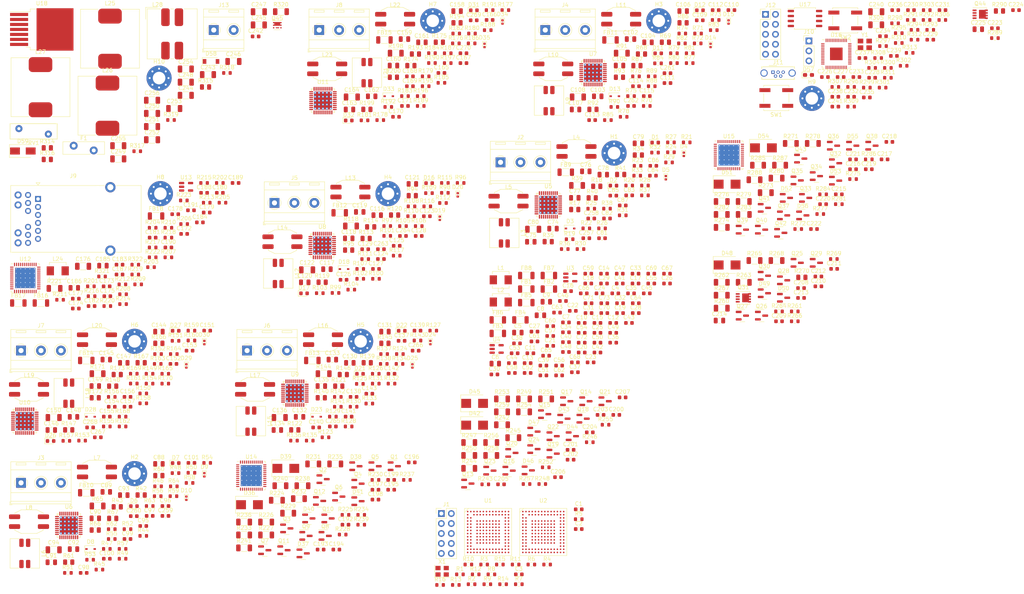
<source format=kicad_pcb>
(kicad_pcb (version 20211014) (generator pcbnew)
  (layers (0 "F.Cu" signal) (31 "B.Cu" signal) (34 "B.Paste" user) (35 "F.Paste" user) (36 "B.SilkS" user "B.Silkscreen") (37 "F.SilkS" user "F.Silkscreen") (38 "B.Mask" user) (39 "F.Mask" user) (44 "Edge.Cuts" user))
  (net 0 "")
  (net 1 "+3V3")
  (net 2 "GND")
  (net 3 "Net-(C2-Pad1)")
  (net 4 "Net-(C2-Pad2)")
  (net 5 "Net-(C3-Pad1)")
  (net 6 "Net-(C3-Pad2)")
  (net 7 "Net-(C5-Pad1)")
  (net 8 "/SJA1105Q Power/1V2_A")
  (net 9 "Net-(C8-Pad1)")
  (net 10 "/SJA1105Q Power/1V2_B")
  (net 11 "Net-(C27-Pad1)")
  (net 12 "Net-(C29-Pad1)")
  (net 13 "Net-(C39-Pad1)")
  (net 14 "Net-(C41-Pad1)")
  (net 15 "Net-(C51-Pad1)")
  (net 16 "Net-(C63-Pad1)")
  (net 17 "Net-(C74-Pad1)")
  (net 18 "Net-(C74-Pad2)")
  (net 19 "Net-(C75-Pad1)")
  (net 20 "Net-(C75-Pad2)")
  (net 21 "Net-(C76-Pad1)")
  (net 22 "Net-(C76-Pad2)")
  (net 23 "Net-(C77-Pad1)")
  (net 24 "Net-(C77-Pad2)")
  (net 25 "Net-(C78-Pad1)")
  (net 26 "Net-(C78-Pad2)")
  (net 27 "Net-(C79-Pad1)")
  (net 28 "Net-(C79-Pad2)")
  (net 29 "GNDPWR")
  (net 30 "Net-(C81-Pad1)")
  (net 31 "Net-(C82-Pad1)")
  (net 32 "Net-(C83-Pad1)")
  (net 33 "Net-(C84-Pad1)")
  (net 34 "Net-(C88-Pad1)")
  (net 35 "Net-(C88-Pad2)")
  (net 36 "Net-(C89-Pad1)")
  (net 37 "Net-(C89-Pad2)")
  (net 38 "Net-(C90-Pad1)")
  (net 39 "Net-(C90-Pad2)")
  (net 40 "Net-(C91-Pad1)")
  (net 41 "Net-(C91-Pad2)")
  (net 42 "Net-(C92-Pad1)")
  (net 43 "Net-(C92-Pad2)")
  (net 44 "Net-(C93-Pad1)")
  (net 45 "Net-(C93-Pad2)")
  (net 46 "Net-(C95-Pad1)")
  (net 47 "Net-(C96-Pad1)")
  (net 48 "Net-(C97-Pad1)")
  (net 49 "Net-(C100-Pad1)")
  (net 50 "Net-(C102-Pad1)")
  (net 51 "Net-(C102-Pad2)")
  (net 52 "Net-(C103-Pad1)")
  (net 53 "Net-(C103-Pad2)")
  (net 54 "Net-(C104-Pad1)")
  (net 55 "Net-(C104-Pad2)")
  (net 56 "Net-(C105-Pad1)")
  (net 57 "Net-(C105-Pad2)")
  (net 58 "Net-(C106-Pad1)")
  (net 59 "Net-(C106-Pad2)")
  (net 60 "Net-(C107-Pad1)")
  (net 61 "Net-(C107-Pad2)")
  (net 62 "Net-(C109-Pad1)")
  (net 63 "Net-(C110-Pad1)")
  (net 64 "Net-(C111-Pad1)")
  (net 65 "Net-(C112-Pad1)")
  (net 66 "Net-(C116-Pad1)")
  (net 67 "Net-(C116-Pad2)")
  (net 68 "Net-(C117-Pad1)")
  (net 69 "Net-(C117-Pad2)")
  (net 70 "Net-(C118-Pad1)")
  (net 71 "Net-(C118-Pad2)")
  (net 72 "Net-(C119-Pad1)")
  (net 73 "Net-(C119-Pad2)")
  (net 74 "Net-(C120-Pad1)")
  (net 75 "Net-(C120-Pad2)")
  (net 76 "Net-(C121-Pad1)")
  (net 77 "Net-(C121-Pad2)")
  (net 78 "Net-(C123-Pad1)")
  (net 79 "Net-(C124-Pad1)")
  (net 80 "Net-(C125-Pad1)")
  (net 81 "Net-(C126-Pad1)")
  (net 82 "Net-(C130-Pad1)")
  (net 83 "Net-(C130-Pad2)")
  (net 84 "Net-(C131-Pad1)")
  (net 85 "Net-(C131-Pad2)")
  (net 86 "Net-(C132-Pad1)")
  (net 87 "Net-(C132-Pad2)")
  (net 88 "Net-(C133-Pad1)")
  (net 89 "Net-(C133-Pad2)")
  (net 90 "Net-(C134-Pad1)")
  (net 91 "Net-(C134-Pad2)")
  (net 92 "Net-(C135-Pad1)")
  (net 93 "Net-(C135-Pad2)")
  (net 94 "Net-(C137-Pad1)")
  (net 95 "Net-(C138-Pad1)")
  (net 96 "Net-(C139-Pad1)")
  (net 97 "Net-(C140-Pad1)")
  (net 98 "Net-(C144-Pad1)")
  (net 99 "Net-(C144-Pad2)")
  (net 100 "Net-(C145-Pad1)")
  (net 101 "Net-(C145-Pad2)")
  (net 102 "Net-(C146-Pad1)")
  (net 103 "Net-(C146-Pad2)")
  (net 104 "Net-(C147-Pad1)")
  (net 105 "Net-(C147-Pad2)")
  (net 106 "Net-(C148-Pad1)")
  (net 107 "Net-(C148-Pad2)")
  (net 108 "Net-(C149-Pad1)")
  (net 109 "Net-(C149-Pad2)")
  (net 110 "Net-(C151-Pad1)")
  (net 111 "Net-(C152-Pad1)")
  (net 112 "Net-(C153-Pad1)")
  (net 113 "Net-(C154-Pad1)")
  (net 114 "Net-(C158-Pad1)")
  (net 115 "Net-(C158-Pad2)")
  (net 116 "Net-(C159-Pad1)")
  (net 117 "Net-(C159-Pad2)")
  (net 118 "Net-(C160-Pad1)")
  (net 119 "Net-(C160-Pad2)")
  (net 120 "Net-(C161-Pad1)")
  (net 121 "Net-(C161-Pad2)")
  (net 122 "Net-(C162-Pad1)")
  (net 123 "Net-(C162-Pad2)")
  (net 124 "Net-(C163-Pad1)")
  (net 125 "Net-(C163-Pad2)")
  (net 126 "Net-(C165-Pad1)")
  (net 127 "Net-(C166-Pad1)")
  (net 128 "Net-(C167-Pad1)")
  (net 129 "Net-(C168-Pad1)")
  (net 130 "Net-(C172-Pad2)")
  (net 131 "Net-(C173-Pad2)")
  (net 132 "Net-(C174-Pad2)")
  (net 133 "Net-(C175-Pad2)")
  (net 134 "Net-(C177-Pad1)")
  (net 135 "Net-(C179-Pad1)")
  (net 136 "/100Base-TX-PHY7/1V2")
  (net 137 "Net-(C190-Pad1)")
  (net 138 "MDI_PoDL_P_0")
  (net 139 "Net-(C192-Pad2)")
  (net 140 "Net-(C193-Pad2)")
  (net 141 "Net-(C194-Pad2)")
  (net 142 "Net-(C195-Pad1)")
  (net 143 "Net-(C195-Pad2)")
  (net 144 "MDI_PoDL_P_1")
  (net 145 "Net-(C196-Pad2)")
  (net 146 "Net-(C197-Pad2)")
  (net 147 "Net-(C198-Pad2)")
  (net 148 "Net-(C199-Pad1)")
  (net 149 "Net-(C199-Pad2)")
  (net 150 "MDI_PoDL_P_2")
  (net 151 "Net-(C200-Pad2)")
  (net 152 "Net-(C201-Pad2)")
  (net 153 "Net-(C202-Pad2)")
  (net 154 "Net-(C203-Pad1)")
  (net 155 "Net-(C203-Pad2)")
  (net 156 "MDI_PoDL_P_3")
  (net 157 "Net-(C204-Pad2)")
  (net 158 "Net-(C205-Pad2)")
  (net 159 "Net-(C206-Pad2)")
  (net 160 "Net-(C207-Pad1)")
  (net 161 "Net-(C207-Pad2)")
  (net 162 "MDI_PoDL_P_4")
  (net 163 "Net-(C208-Pad2)")
  (net 164 "Net-(C209-Pad2)")
  (net 165 "Net-(C210-Pad2)")
  (net 166 "Net-(C211-Pad1)")
  (net 167 "Net-(C211-Pad2)")
  (net 168 "+24V")
  (net 169 "Net-(C212-Pad2)")
  (net 170 "Net-(C213-Pad2)")
  (net 171 "REG0_LSNS0")
  (net 172 "MDI_PoDL_P_5")
  (net 173 "Net-(C215-Pad2)")
  (net 174 "Net-(C216-Pad2)")
  (net 175 "Net-(C217-Pad2)")
  (net 176 "Net-(C218-Pad1)")
  (net 177 "Net-(C218-Pad2)")
  (net 178 "MDI_PoDL_P_6")
  (net 179 "Net-(C219-Pad2)")
  (net 180 "Net-(C220-Pad2)")
  (net 181 "Net-(C221-Pad2)")
  (net 182 "Net-(C222-Pad1)")
  (net 183 "Net-(C222-Pad2)")
  (net 184 "Net-(C223-Pad2)")
  (net 185 "Net-(C224-Pad2)")
  (net 186 "REG1_LSNS0")
  (net 187 "Net-(C226-Pad1)")
  (net 188 "/System Controller/nRST")
  (net 189 "Net-(C238-Pad1)")
  (net 190 "Net-(C241-Pad1)")
  (net 191 "Net-(C242-Pad1)")
  (net 192 "Net-(C242-Pad2)")
  (net 193 "Net-(C243-Pad2)")
  (net 194 "Net-(C244-Pad1)")
  (net 195 "Net-(C244-Pad2)")
  (net 196 "Net-(C245-Pad1)")
  (net 197 "Net-(C245-Pad2)")
  (net 198 "Net-(C246-Pad1)")
  (net 199 "Net-(C246-Pad2)")
  (net 200 "Net-(C247-Pad1)")
  (net 201 "Net-(C247-Pad2)")
  (net 202 "Net-(C248-Pad1)")
  (net 203 "Net-(C249-Pad1)")
  (net 204 "Net-(C250-Pad1)")
  (net 205 "Net-(C253-Pad2)")
  (net 206 "Net-(R31-Pad2)")
  (net 207 "Net-(U5-Pad8)")
  (net 208 "Net-(R57-Pad2)")
  (net 209 "Net-(U6-Pad8)")
  (net 210 "Net-(R83-Pad2)")
  (net 211 "Net-(U7-Pad8)")
  (net 212 "Net-(R110-Pad2)")
  (net 213 "Net-(U8-Pad8)")
  (net 214 "Net-(R136-Pad2)")
  (net 215 "Net-(U9-Pad8)")
  (net 216 "Net-(R163-Pad2)")
  (net 217 "Net-(U10-Pad8)")
  (net 218 "Net-(R190-Pad2)")
  (net 219 "Net-(U11-Pad8)")
  (net 220 "Net-(D1-Pad1)")
  (net 221 "Net-(D2-Pad1)")
  (net 222 "Net-(D6-Pad1)")
  (net 223 "Net-(D7-Pad1)")
  (net 224 "Net-(D11-Pad1)")
  (net 225 "Net-(D12-Pad1)")
  (net 226 "Net-(D16-Pad1)")
  (net 227 "Net-(D17-Pad1)")
  (net 228 "Net-(D21-Pad1)")
  (net 229 "Net-(D22-Pad1)")
  (net 230 "Net-(D26-Pad1)")
  (net 231 "Net-(D27-Pad1)")
  (net 232 "Net-(D31-Pad1)")
  (net 233 "Net-(D32-Pad1)")
  (net 234 "Net-(D37-Pad2)")
  (net 235 "Net-(D38-Pad2)")
  (net 236 "Net-(D40-Pad2)")
  (net 237 "Net-(D41-Pad2)")
  (net 238 "Net-(D43-Pad2)")
  (net 239 "Net-(D44-Pad2)")
  (net 240 "Net-(D46-Pad2)")
  (net 241 "Net-(D47-Pad2)")
  (net 242 "Net-(D49-Pad2)")
  (net 243 "Net-(D50-Pad2)")
  (net 244 "Net-(D52-Pad2)")
  (net 245 "Net-(D53-Pad2)")
  (net 246 "Net-(D55-Pad2)")
  (net 247 "Net-(D56-Pad2)")
  (net 248 "Net-(D57-Pad2)")
  (net 249 "Net-(D58-Pad2)")
  (net 250 "Net-(F1-Pad1)")
  (net 251 "Net-(J1-Pad2)")
  (net 252 "Net-(J1-Pad4)")
  (net 253 "Net-(J1-Pad6)")
  (net 255 "Net-(J1-Pad8)")
  (net 256 "Net-(J1-Pad10)")
  (net 257 "Net-(J9-Pad2)")
  (net 258 "Net-(J9-Pad3)")
  (net 259 "Net-(J9-Pad4)")
  (net 260 "Net-(J9-Pad5)")
  (net 261 "Net-(J9-Pad8)")
  (net 262 "Net-(J9-Pad9)")
  (net 263 "Net-(J9-Pad10)")
  (net 264 "Net-(J9-Pad11)")
  (net 265 "Net-(J9-Pad13)")
  (net 266 "Net-(J9-Pad15)")
  (net 267 "/System Controller/UART0_TXD")
  (net 268 "/System Controller/UART0_RXD")
  (net 269 "/System Controller/CON_USB-")
  (net 270 "/System Controller/CON_USB+")
  (net 271 "Net-(J12-Pad2)")
  (net 272 "Net-(J12-Pad4)")
  (net 276 "Net-(L1-Pad2)")
  (net 277 "Net-(L2-Pad2)")
  (net 278 "MDI_PoDL_N_0")
  (net 279 "MDI_PoDL_N_1")
  (net 280 "MDI_PoDL_N_2")
  (net 281 "MDI_PoDL_N_3")
  (net 282 "MDI_PoDL_N_4")
  (net 283 "MDI_PoDL_N_5")
  (net 284 "MDI_PoDL_N_6")
  (net 285 "Net-(L24-Pad2)")
  (net 286 "Net-(Q1-Pad2)")
  (net 287 "MDI_SSCPI_0")
  (net 288 "Net-(Q4-Pad1)")
  (net 289 "Net-(Q4-Pad3)")
  (net 290 "Net-(Q7-Pad2)")
  (net 291 "MDI_SSCPI_1")
  (net 292 "Net-(Q10-Pad1)")
  (net 293 "Net-(Q10-Pad3)")
  (net 294 "Net-(Q13-Pad2)")
  (net 295 "MDI_SSCPI_2")
  (net 296 "Net-(Q16-Pad1)")
  (net 297 "Net-(Q16-Pad3)")
  (net 298 "Net-(Q19-Pad2)")
  (net 299 "MDI_SSCPI_3")
  (net 300 "Net-(Q22-Pad1)")
  (net 301 "Net-(Q22-Pad3)")
  (net 302 "Net-(Q25-Pad2)")
  (net 303 "MDI_SSCPI_4")
  (net 304 "Net-(Q28-Pad1)")
  (net 305 "Net-(Q28-Pad3)")
  (net 306 "Net-(Q31-Pad4)")
  (net 307 "Net-(Q32-Pad2)")
  (net 308 "MDI_SSCPI_5")
  (net 309 "Net-(Q35-Pad1)")
  (net 310 "Net-(Q35-Pad3)")
  (net 311 "Net-(Q38-Pad2)")
  (net 312 "MDI_SSCPI_6")
  (net 313 "Net-(Q41-Pad1)")
  (net 314 "Net-(Q41-Pad3)")
  (net 315 "Net-(Q44-Pad4)")
  (net 316 "Net-(R1-Pad1)")
  (net 317 "Net-(R1-Pad2)")
  (net 318 "Net-(R2-Pad1)")
  (net 319 "Net-(R2-Pad2)")
  (net 320 "Net-(R3-Pad1)")
  (net 321 "Net-(R3-Pad2)")
  (net 322 "Net-(R4-Pad1)")
  (net 323 "Net-(R4-Pad2)")
  (net 324 "Net-(R5-Pad1)")
  (net 325 "Net-(R5-Pad2)")
  (net 326 "Net-(R6-Pad1)")
  (net 327 "Net-(R6-Pad2)")
  (net 328 "Net-(R7-Pad1)")
  (net 329 "Net-(R7-Pad2)")
  (net 330 "Net-(R8-Pad1)")
  (net 331 "Net-(R8-Pad2)")
  (net 332 "Net-(R9-Pad1)")
  (net 333 "Net-(R9-Pad2)")
  (net 334 "Net-(R10-Pad1)")
  (net 335 "Net-(R10-Pad2)")
  (net 336 "Net-(R11-Pad1)")
  (net 337 "Net-(R11-Pad2)")
  (net 338 "25MHz_REFCLK")
  (net 339 "Net-(R14-Pad2)")
  (net 340 "Net-(R19-Pad1)")
  (net 341 "Net-(R20-Pad1)")
  (net 342 "Net-(R21-Pad1)")
  (net 343 "Net-(R22-Pad1)")
  (net 344 "Net-(R22-Pad2)")
  (net 345 "Net-(R24-Pad2)")
  (net 346 "Net-(R25-Pad1)")
  (net 347 "Net-(R25-Pad2)")
  (net 348 "Net-(R26-Pad1)")
  (net 349 "Net-(R27-Pad1)")
  (net 350 "Net-(R27-Pad2)")
  (net 351 "Net-(R28-Pad1)")
  (net 352 "Net-(R28-Pad2)")
  (net 353 "Net-(R30-Pad1)")
  (net 354 "Net-(R31-Pad1)")
  (net 355 "Net-(R33-Pad1)")
  (net 356 "Net-(R33-Pad2)")
  (net 357 "Net-(R36-Pad1)")
  (net 358 "Net-(R36-Pad2)")
  (net 359 "Net-(R37-Pad1)")
  (net 360 "Net-(R37-Pad2)")
  (net 361 "Net-(R38-Pad1)")
  (net 362 "Net-(R38-Pad2)")
  (net 363 "Net-(R44-Pad1)")
  (net 364 "Net-(R45-Pad1)")
  (net 365 "Net-(R46-Pad1)")
  (net 366 "Net-(R47-Pad1)")
  (net 367 "Net-(R48-Pad1)")
  (net 368 "Net-(R48-Pad2)")
  (net 369 "Net-(R50-Pad2)")
  (net 370 "Net-(R51-Pad1)")
  (net 371 "Net-(R51-Pad2)")
  (net 372 "Net-(R52-Pad1)")
  (net 373 "Net-(R53-Pad1)")
  (net 374 "Net-(R53-Pad2)")
  (net 375 "Net-(R54-Pad1)")
  (net 376 "Net-(R54-Pad2)")
  (net 377 "Net-(R56-Pad1)")
  (net 378 "Net-(R57-Pad1)")
  (net 379 "Net-(R59-Pad1)")
  (net 380 "Net-(R59-Pad2)")
  (net 381 "Net-(R62-Pad1)")
  (net 382 "Net-(R62-Pad2)")
  (net 383 "Net-(R63-Pad1)")
  (net 384 "Net-(R63-Pad2)")
  (net 385 "Net-(R64-Pad1)")
  (net 386 "Net-(R64-Pad2)")
  (net 387 "Net-(R70-Pad1)")
  (net 388 "Net-(R71-Pad1)")
  (net 389 "Net-(R72-Pad1)")
  (net 390 "Net-(R73-Pad1)")
  (net 391 "Net-(R74-Pad1)")
  (net 392 "Net-(R74-Pad2)")
  (net 393 "Net-(R76-Pad2)")
  (net 394 "Net-(R77-Pad1)")
  (net 395 "Net-(R77-Pad2)")
  (net 396 "Net-(R78-Pad1)")
  (net 397 "Net-(R79-Pad1)")
  (net 398 "Net-(R79-Pad2)")
  (net 399 "Net-(R80-Pad1)")
  (net 400 "Net-(R80-Pad2)")
  (net 401 "Net-(R82-Pad1)")
  (net 402 "Net-(R83-Pad1)")
  (net 403 "Net-(R85-Pad1)")
  (net 404 "Net-(R85-Pad2)")
  (net 405 "Net-(R88-Pad1)")
  (net 406 "Net-(R88-Pad2)")
  (net 407 "Net-(R89-Pad1)")
  (net 408 "Net-(R89-Pad2)")
  (net 409 "Net-(R90-Pad1)")
  (net 410 "Net-(R90-Pad2)")
  (net 411 "Net-(R96-Pad1)")
  (net 412 "Net-(R97-Pad1)")
  (net 413 "Net-(R103-Pad1)")
  (net 414 "Net-(R99-Pad1)")
  (net 415 "Net-(R100-Pad1)")
  (net 416 "Net-(R101-Pad1)")
  (net 417 "Net-(R101-Pad2)")
  (net 418 "Net-(R103-Pad2)")
  (net 419 "Net-(R104-Pad1)")
  (net 420 "Net-(R104-Pad2)")
  (net 421 "Net-(R105-Pad1)")
  (net 422 "Net-(R106-Pad1)")
  (net 423 "Net-(R106-Pad2)")
  (net 424 "Net-(R107-Pad1)")
  (net 425 "Net-(R107-Pad2)")
  (net 426 "Net-(R109-Pad1)")
  (net 427 "Net-(R110-Pad1)")
  (net 428 "Net-(R112-Pad1)")
  (net 429 "Net-(R112-Pad2)")
  (net 430 "Net-(R115-Pad1)")
  (net 431 "Net-(R115-Pad2)")
  (net 432 "Net-(R116-Pad1)")
  (net 433 "Net-(R116-Pad2)")
  (net 434 "Net-(R117-Pad1)")
  (net 435 "Net-(R117-Pad2)")
  (net 436 "Net-(R123-Pad1)")
  (net 437 "Net-(R124-Pad1)")
  (net 438 "Net-(R125-Pad1)")
  (net 439 "Net-(R126-Pad1)")
  (net 440 "Net-(R127-Pad1)")
  (net 441 "Net-(R127-Pad2)")
  (net 442 "Net-(R129-Pad2)")
  (net 443 "Net-(R130-Pad1)")
  (net 444 "Net-(R130-Pad2)")
  (net 445 "Net-(R131-Pad1)")
  (net 446 "Net-(R132-Pad1)")
  (net 447 "Net-(R132-Pad2)")
  (net 448 "Net-(R133-Pad1)")
  (net 449 "Net-(R133-Pad2)")
  (net 450 "Net-(R135-Pad1)")
  (net 451 "Net-(R136-Pad1)")
  (net 452 "Net-(R138-Pad1)")
  (net 453 "Net-(R138-Pad2)")
  (net 454 "Net-(R141-Pad1)")
  (net 455 "Net-(R141-Pad2)")
  (net 456 "Net-(R142-Pad1)")
  (net 457 "Net-(R142-Pad2)")
  (net 458 "Net-(R143-Pad1)")
  (net 459 "Net-(R143-Pad2)")
  (net 460 "Net-(R149-Pad1)")
  (net 461 "Net-(R150-Pad1)")
  (net 462 "Net-(R151-Pad1)")
  (net 463 "Net-(R152-Pad1)")
  (net 464 "Net-(R153-Pad1)")
  (net 465 "Net-(R154-Pad1)")
  (net 466 "Net-(R154-Pad2)")
  (net 467 "Net-(R156-Pad2)")
  (net 468 "Net-(R157-Pad1)")
  (net 469 "Net-(R157-Pad2)")
  (net 470 "Net-(R158-Pad1)")
  (net 471 "Net-(R159-Pad1)")
  (net 472 "Net-(R159-Pad2)")
  (net 473 "Net-(R160-Pad1)")
  (net 474 "Net-(R160-Pad2)")
  (net 475 "Net-(R162-Pad1)")
  (net 476 "Net-(R163-Pad1)")
  (net 477 "Net-(R165-Pad1)")
  (net 478 "Net-(R165-Pad2)")
  (net 479 "Net-(R168-Pad1)")
  (net 480 "Net-(R168-Pad2)")
  (net 481 "Net-(R169-Pad1)")
  (net 482 "Net-(R169-Pad2)")
  (net 483 "Net-(R170-Pad1)")
  (net 484 "Net-(R170-Pad2)")
  (net 485 "Net-(R176-Pad1)")
  (net 486 "Net-(R177-Pad1)")
  (net 487 "Net-(R178-Pad1)")
  (net 488 "Net-(R179-Pad1)")
  (net 489 "Net-(R180-Pad1)")
  (net 490 "Net-(R181-Pad1)")
  (net 491 "Net-(R181-Pad2)")
  (net 492 "Net-(R183-Pad2)")
  (net 493 "Net-(R184-Pad1)")
  (net 494 "Net-(R184-Pad2)")
  (net 495 "Net-(R185-Pad1)")
  (net 496 "Net-(R186-Pad1)")
  (net 497 "Net-(R186-Pad2)")
  (net 498 "Net-(R187-Pad1)")
  (net 499 "Net-(R187-Pad2)")
  (net 500 "Net-(R189-Pad1)")
  (net 501 "Net-(R190-Pad1)")
  (net 502 "Net-(R192-Pad1)")
  (net 503 "Net-(R192-Pad2)")
  (net 504 "Net-(R195-Pad1)")
  (net 505 "Net-(R195-Pad2)")
  (net 506 "Net-(R196-Pad1)")
  (net 507 "Net-(R196-Pad2)")
  (net 508 "Net-(R197-Pad1)")
  (net 509 "Net-(R197-Pad2)")
  (net 510 "Net-(R201-Pad2)")
  (net 511 "Net-(R202-Pad2)")
  (net 512 "Net-(R203-Pad2)")
  (net 513 "Net-(R204-Pad2)")
  (net 514 "Net-(R205-Pad2)")
  (net 515 "Net-(R206-Pad2)")
  (net 516 "Net-(R207-Pad2)")
  (net 517 "Net-(R208-Pad1)")
  (net 518 "Net-(R208-Pad2)")
  (net 519 "Net-(R209-Pad1)")
  (net 520 "Net-(R209-Pad2)")
  (net 521 "Net-(R210-Pad2)")
  (net 522 "Net-(R211-Pad2)")
  (net 523 "Net-(R212-Pad2)")
  (net 524 "Net-(R213-Pad1)")
  (net 525 "Net-(R213-Pad2)")
  (net 526 "Net-(R214-Pad1)")
  (net 527 "Net-(R214-Pad2)")
  (net 528 "Net-(R215-Pad1)")
  (net 529 "Net-(R215-Pad2)")
  (net 530 "Net-(R216-Pad1)")
  (net 531 "Net-(R216-Pad2)")
  (net 532 "Net-(R217-Pad1)")
  (net 533 "Net-(R217-Pad2)")
  (net 534 "Net-(R218-Pad1)")
  (net 535 "Net-(R218-Pad2)")
  (net 536 "I2C_SCK")
  (net 537 "I2C_SDA")
  (net 538 "MDI_SSCPO_0")
  (net 539 "Net-(R230-Pad1)")
  (net 540 "MDI_SSCPO_1")
  (net 541 "Net-(R239-Pad1)")
  (net 542 "MDI_SSCPO_2")
  (net 543 "Net-(R248-Pad1)")
  (net 544 "MDI_SSCPO_3")
  (net 545 "Net-(R257-Pad1)")
  (net 546 "MDI_SSCPO_4")
  (net 547 "Net-(R266-Pad1)")
  (net 548 "Net-(R269-Pad1)")
  (net 549 "MDI_SSCPO_5")
  (net 550 "Net-(R277-Pad1)")
  (net 551 "MDI_SSCPO_6")
  (net 552 "Net-(R286-Pad1)")
  (net 553 "Net-(R289-Pad1)")
  (net 554 "/System Controller/RP_USB+")
  (net 555 "Net-(R293-Pad1)")
  (net 556 "SPI0_SCK")
  (net 557 "Net-(R294-Pad1)")
  (net 558 "SPI0_MOSI")
  (net 559 "Net-(R295-Pad1)")
  (net 560 "SPI0_SS0")
  (net 561 "/System Controller/RP_USB-")
  (net 562 "Net-(R297-Pad1)")
  (net 563 "SPI0_SS1")
  (net 564 "Net-(R298-Pad1)")
  (net 565 "SPI0_SS2")
  (net 566 "Net-(R299-Pad1)")
  (net 567 "SPI0_SS3")
  (net 568 "Net-(R300-Pad1)")
  (net 569 "GLOBAL_RESET")
  (net 570 "Net-(R301-Pad1)")
  (net 571 "Net-(R302-Pad1)")
  (net 572 "Net-(R303-Pad1)")
  (net 573 "Net-(R304-Pad1)")
  (net 574 "Net-(R306-Pad1)")
  (net 575 "Net-(R307-Pad1)")
  (net 576 "Net-(R308-Pad2)")
  (net 577 "Net-(R309-Pad1)")
  (net 578 "Net-(R310-Pad1)")
  (net 579 "Net-(R311-Pad1)")
  (net 580 "PoDL_AUTO")
  (net 581 "/System Controller/SS")
  (net 582 "Net-(R312-Pad2)")
  (net 583 "Net-(R313-Pad1)")
  (net 584 "Net-(R317-Pad2)")
  (net 606 "Net-(U1-PadN3)")
  (net 607 "Net-(U1-PadN4)")
  (net 610 "SPI0_MISO")
  (net 763 "/System Controller/SD3")
  (net 764 "/System Controller/SCLK")
  (net 765 "/System Controller/SD0")
  (net 766 "/System Controller/SD2")
  (net 767 "/System Controller/SD1")
  (footprint "Resistor_SMD:R_0603_1608Metric" (layer "F.Cu") (at 469.19 41.44)
    (fp_text reference "R84")
    (fp_text value "10K2")
  )
  (footprint "Resistor_SMD:R_0603_1608Metric" (layer "F.Cu") (at 449 157.51)
    (fp_text reference "R5")
    (fp_text value "22")
  )
  (footprint "Resistor_SMD:R_0603_1608Metric" (layer "F.Cu") (at 324.59 167.83)
    (fp_text reference "R53")
    (fp_text value "22")
  )
  (footprint "Package_TO_SOT_SMD:SOT-23" (layer "F.Cu") (at 442.48 140.82)
    (fp_text reference "Q19")
    (fp_text value "DMG3414U")
  )
  (footprint "Package_TO_SOT_SMD:Vishay_PowerPAK_SC70-6L_Single" (layer "F.Cu") (at 372.25 31.73)
    (fp_text reference "Q45")
    (fp_text value "SiA449DJ")
  )
  (footprint "Resistor_SMD:R_1206_3216Metric" (layer "F.Cu") (at 429.47 133.47)
    (fp_text reference "R242")
    (fp_text value "0R24")
  )
  (footprint "Capacitor_SMD:C_0603_1608Metric" (layer "F.Cu") (at 500 107.12)
    (fp_text reference "C209")
    (fp_text value "100n")
  )
  (footprint "Resistor_SMD:R_0805_2012Metric" (layer "F.Cu") (at 395.15 117.67)
    (fp_text reference "R139")
    (fp_text value "0")
  )
  (footprint "Capacitor_SMD:C_0603_1608Metric" (layer "F.Cu") (at 432.68 115.26)
    (fp_text reference "C53")
    (fp_text value "100n")
  )
  (footprint "Resistor_SMD:R_0603_1608Metric" (layer "F.Cu") (at 388.89 161.42)
    (fp_text reference "R228")
    (fp_text value "5K")
  )
  (footprint "Inductor_SMD:L_1206_3216Metric" (layer "F.Cu") (at 428.4 110.21)
    (fp_text reference "FB3")
    (fp_text value "782763301")
  )
  (footprint "Capacitor_SMD:C_0603_1608Metric" (layer "F.Cu") (at 455.44 97.5)
    (fp_text reference "C29")
    (fp_text value "100n")
  )
  (footprint "Resistor_SMD:R_0603_1608Metric" (layer "F.Cu") (at 399.36 117.97)
    (fp_text reference "R138")
    (fp_text value "22")
  )
  (footprint "Resistor_SMD:R_0603_1608Metric" (layer "F.Cu") (at 458.07 52.54)
    (fp_text reference "R90")
    (fp_text value "22")
  )
  (footprint "Resistor_SMD:R_0603_1608Metric" (layer "F.Cu") (at 324.96 100.73)
    (fp_text reference "R216")
    (fp_text value "22")
  )
  (footprint "UCLAMP3311P:SLP1006P2" (layer "F.Cu") (at 411.23 112.53)
    (fp_text reference "D24")
    (fp_text value "UCLAMP3311P")
  )
  (footprint "Capacitor_SMD:C_0603_1608Metric" (layer "F.Cu") (at 431.98 117.77)
    (fp_text reference "C44")
    (fp_text value "100n")
  )
  (footprint "Resistor_SMD:R_0603_1608Metric" (layer "F.Cu") (at 421.82 33.85)
    (fp_text reference "R180")
    (fp_text value "4K7")
  )
  (footprint "MountingHole:MountingHole_3.2mm_M3_Pad_Via" (layer "F.Cu") (at 393.47 112.22)
    (fp_text reference "H5")
    (fp_text value "CHASSIS_PE")
  )
  (footprint "MountingHole:MountingHole_3.2mm_M3_Pad_Via" (layer "F.Cu") (at 411.83 30.61)
    (fp_text reference "H7")
    (fp_text value "CHASSIS_PE")
  )
  (footprint "Capacitor_SMD:C_0603_1608Metric" (layer "F.Cu") (at 395.68 125.56)
    (fp_text reference "C143")
    (fp_text value "100n")
  )
  (footprint "Package_DFN_QFN:QFN-48-1EP_7x7mm_P0.5mm_EP5.3x5.3mm_ThermalVias" (layer "F.Cu") (at 487.23 64.81)
    (fp_text reference "U15")
    (fp_text value "LTC4296-1")
  )
  (footprint "Capacitor_SMD:C_1206_3216Metric" (layer "F.Cu") (at 379.84 94.02)
    (fp_text reference "C122")
    (fp_text value "1u")
  )
  (footprint "LED_SMD:LED_0603_1608Metric" (layer "F.Cu") (at 469.23 38.89)
    (fp_text reference "D11")
    (fp_text value "LED")
  )
  (footprint "Capacitor_SMD:C_0603_1608Metric" (layer "F.Cu") (at 441.74 113.37)
    (fp_text reference "C21")
    (fp_text value "100n")
  )
  (footprint "Resistor_SMD:R_0603_1608Metric" (layer "F.Cu") (at 424.91 169.05)
    (fp_text reference "R3")
    (fp_text value "22")
  )
  (footprint "Capacitor_SMD:C_0603_1608Metric" (layer "F.Cu") (at 471.48 94.99)
    (fp_text reference "C67")
    (fp_text value "100n")
  )
  (footprint "TerminalBlock_RND:TerminalBlock_RND_205-00287_1x02_P5.08mm_Horizontal" (layer "F.Cu") (at 356.07 32.96)
    (fp_text reference "J13")
    (fp_text value "PWR IN")
  )
  (footprint "ADIN1100:LFCSP-40_EP_TheramVias" (layer "F.Cu") (at 376.72 125.42)
    (fp_text reference "U9")
    (fp_text value "ADIN1100")
  )
  (footprint "Capacitor_SMD:C_0603_1608Metric" (layer "F.Cu") (at 528.1 61.44)
    (fp_text reference "C218")
    (fp_text value "2n2")
  )
  (footprint "Resistor_SMD:R_0603_1608Metric" (layer "F.Cu") (at 425.83 32.99)
    (fp_text reference "R188")
    (fp_text value "5K1")
  )
  (footprint "Resistor_SMD:R_0603_1608Metric" (layer "F.Cu") (at 522.86 65.89)
    (fp_text reference "R286")
    (fp_text value "10K")
  )
  (footprint "Capacitor_SMD:C_0603_1608Metric" (layer "F.Cu") (at 406.02 44.76)
    (fp_text reference "C168")
    (fp_text value "100n")
  )
  (footprint "Button_Switch_SMD:SW_Push_1P1T_NO_CK_KSC6xxJ" (layer "F.Cu") (at 499.31 50.26)
    (fp_text reference "SW1")
    (fp_text value "USB_PGM")
  )
  (footprint "Resistor_SMD:R_0603_1608Metric" (layer "F.Cu") (at 335.71 120.46)
    (fp_text reference "R169")
    (fp_text value "22")
  )
  (footprint "Diode_SMD:D_SOD-323" (layer "F.Cu") (at 389.24 93.82)
    (fp_text reference "D18")
    (fp_text value "CDSOD323-T36SC")
  )
  (footprint "Inductor_SMD:L_1206_3216Metric" (layer "F.Cu") (at 399.53 35.48)
    (fp_text reference "FB15")
    (fp_text value "FerriteBead")
  )
  (footprint "Capacitor_SMD:C_0805_2012Metric" (layer "F.Cu") (at 390.72 117.7)
    (fp_text reference "C130")
    (fp_text value "220n")
  )
  (footprint "Inductor_SMD:L_1206_3216Metric" (layer "F.Cu") (at 323.61 117.09)
    (fp_text reference "FB14")
    (fp_text value "FerriteBead")
  )
  (footprint "Resistor_SMD:R_0603_1608Metric" (layer "F.Cu") (at 322.55 137.5)
    (fp_text reference "R153")
    (fp_text value "4K7")
  )
  (footprint "Capacitor_SMD:C_1206_3216Metric" (layer "F.Cu") (at 391.23 50.01)
    (fp_text reference "C164")
    (fp_text value "1u")
  )
  (footprint "Resistor_SMD:R_0603_1608Metric" (layer "F.Cu") (at 526.37 47.62)
    (fp_text reference "R301")
    (fp_text value "330")
  )
  (footprint "Varistor:RV_Disc_D12mm_W3.9mm_P7.5mm" (layer "F.Cu") (at 306.46 58.06)
    (fp_text reference "RV1")
    (fp_text value "MOV-10D390K")
  )
  (footprint "Package_TO_SOT_SMD:SOT-23" (layer "F.Cu") (at 383.01 152.86)
    (fp_text reference "Q12")
    (fp_text value "MMBT3904")
  )
  (footprint "TerminalBlock_RND:TerminalBlock_RND_205-00288_1x03_P5.08mm_Horizontal" (layer "F.Cu") (at 307 114.57)
    (fp_text reference "J7")
    (fp_text value "PHY5_MDI")
  )
  (footprint "Resistor_SMD:R_0603_1608Metric" (layer "F.Cu") (at 460.21 80.14)
    (fp_text reference "R31")
    (fp_text value "22")
  )
  (footprint "Resistor_SMD:R_0805_2012Metric" (layer "F.Cu") (at 401.81 44.98)
    (fp_text reference "R200")
    (fp_text value "100")
  )
  (footprint "Resistor_SMD:R_0603_1608Metric" (layer "F.Cu") (at 391.09 99.06)
    (fp_text reference "R104")
    (fp_text value "22")
  )
  (footprint "Capacitor_SMD:C_1206_3216Metric" (layer "F.Cu") (at 331.76 65.76)
    (fp_text reference "C249")
    (fp_text value "47u")
  )
  (footprint "Resistor_SMD:R_0603_1608Metric" (layer "F.Cu") (at 467.59 47.26)
    (fp_text reference "R88")
    (fp_text value "22")
  )
  (footprint "Capacitor_SMD:C_0603_1608Metric" (layer "F.Cu") (at 443.48 104.9)
    (fp_text reference "C63")
    (fp_text value "100n")
  )
  (footprint "Resistor_SMD:R_0603_1608Metric" (layer "F.Cu") (at 336.59 63.82)
    (fp_text reference "R317")
    (fp_text value "4K7")
  )
  (footprint "Resistor_SMD:R_0603_1608Metric" (layer "F.Cu") (at 336.09 92.7)
    (fp_text reference "R322")
    (fp_text value "470")
  )
  (footprint "Resistor_SMD:R_0603_1608Metric" (layer "F.Cu") (at 386.4 131.39)
    (fp_text reference "R129")
    (fp_text value "22")
  )
  (footprint "Capacitor_SMD:C_0603_1608Metric" (layer "F.Cu") (at 343.77 156.67)
    (fp_text reference "C259")
    (fp_text value "8p2")
  )
  (footprint "Resistor_SMD:R_0603_1608Metric" (layer "F.Cu") (at 338.12 128.01)
    (fp_text reference "R158")
    (fp_text value "5K1")
  )
  (footprint "ADIN1100:LFCSP-40_EP_TheramVias" (layer "F.Cu") (at 307.96 132.54)
    (fp_text reference "U10")
    (fp_text value "ADIN1100")
  )
  (footprint "Package_TO_SOT_SMD:SOT-23" (layer "F.Cu") (at 501.16 80.15)
    (fp_text reference "Q37")
    (fp_text value "MMBT3904")
  )
  (footprint "LED_SMD:LED_0603_1608Metric" (layer "F.Cu") (at 390.45 55.99)
    (fp_text reference "D32")
    (fp_text value "LED")
  )
  (footprint "Capacitor_SMD:C_0805_2012Metric" (layer "F.Cu") (at 453.84 49.84)
    (fp_text reference "C103")
    (fp_text value "220n")
  )
  (footprint "Capacitor_SMD:C_0603_1608Metric" (layer "F.Cu") (at 449.76 110.05)
    (fp_text reference "C54")
    (fp_text value "100n")
  )
  (footprint "Capacitor_SMD:C_0603_1608Metric" (layer "F.Cu") (at 479.82 30.48)
    (fp_text reference "C109")
    (fp_text value "680n")
  )
  (footprint "Capacitor_SMD:C_0603_1608Metric" (layer "F.Cu") (at 406.02 47.27)
    (fp_text reference "C169")
    (fp_text value "100n")
  )
  (footprint "Resistor_SMD:R_0603_1608Metric" (layer "F.Cu") (at 472 66.67)
    (fp_text reference "R29")
    (fp_text value "5K1")
  )
  (footprint "Resistor_SMD:R_1206_3216Metric" (layer "F.Cu") (at 485.41 97.2)
    (fp_text reference "R262")
    (fp_text value "20")
  )
  (footprint "Capacitor_SMD:C_0603_1608Metric" (layer "F.Cu") (at 467.47 94.99)
    (fp_text reference "C69")
    (fp_text value "100n")
  )
  (footprint "Resistor_SMD:R_0603_1608Metric" (layer "F.Cu") (at 350.39 145.69)
    (fp_text reference "R50")
    (fp_text value "22")
  )
  (footprint "Resistor_SMD:R_0603_1608Metric" (layer "F.Cu") (at 408.77 49.78)
    (fp_text reference "R196")
    (fp_text value "22")
  )
  (footprint "Resistor_SMD:R_0603_1608Metric" (layer "F.Cu") (at 408.26 82.88)
    (fp_text reference "R106")
    (fp_text value "22")
  )
  (footprint "Resistor_SMD:R_0805_2012Metric" (layer "F.Cu") (at 342.09 146.41)
    (fp_text reference "R60")
    (fp_text value "0")
  )
  (footprint "Package_TO_SOT_SMD:SOT-23" (layer "F.Cu") (at 523.65 62.41)
    (fp_text reference "Q38")
    (fp_text value "DMG3414U")
  )
  (footprint "Resistor_SMD:R_0603_1608Metric" (layer "F.Cu") (at 335.71 122.97)
    (fp_text reference "R161")
    (fp_text value "5K1")
  )
  (footprint "Resistor_SMD:R_1206_3216Metric" (layer "F.Cu") (at 499.37 70.67)
    (fp_text reference "R280")
    (fp_text value "0R24")
  )
  (footprint "Resistor_SMD:R_0603_1608Metric" (layer "F.Cu") (at 440.95 169.05)
    (fp_text reference "R4")
    (fp_text value "22")
  )
  (footprint "Resistor_SMD:R_0603_1608Metric" (layer "F.Cu") (at 406.42 77.86)
    (fp_text reference "R108")
    (fp_text value "5K1")
  )
  (footprint "LED_SMD:LED_0603_1608Metric" (layer "F.Cu") (at 403.94 109.54)
    (fp_text reference "D22")
    (fp_text value "LED")
  )
  (footprint "Capacitor_SMD:C_0603_1608Metric" (layer "F.Cu") (at 463.58 47.27)
    (fp_text reference "C114")
    (fp_text value "100n")
  )
  (footprint "Resistor_SMD:R_0603_1608Metric" (layer "F.Cu") (at 350.39 109.5)
    (fp_text reference "R159")
    (fp_text value "22")
  )
  (footprint "Resistor_SMD:R_0603_1608Metric" (layer "F.Cu") (at 537.61 27.89)
    (fp_text reference "R303")
    (fp_text value "330")
  )
  (footprint "Resistor_SMD:R_0603_1608Metric" (layer "F.Cu") (at 460.44 55.05)
    (fp_text reference "R78")
    (fp_text value "5K1")
  )
  (footprint "ICI70CGI:ICI70CGI" (layer "F.Cu") (at 442.515 42.845)
    (fp_text reference "L10")
    (fp_text value "ICI70CGI-222")
  )
  (footprint "UCLAMP3311P:SLP1006P2" (layer "F.Cu") (at 429.59 30.92)
    (fp_text reference "D34")
    (fp_text value "UCLAMP3311P")
  )
  (footprint "Resistor_SMD:R_1206_3216Metric" (layer "F.Cu") (at 315.53 98.74)
    (fp_text reference "R221")
    (fp_text value "4M7")
  )
  (footprint "Resistor_SMD:R_1206_3216Metric" (layer "F.Cu") (at 508.62 61.83)
    (fp_text reference "R278")
    (fp_text value "5")
  )
  (footprint "Capacitor_SMD:C_1206_3216Metric" (layer "F.Cu") (at 361.08 40.96)
    (fp_text reference "C246")
    (fp_text value "22u")
  )
  (footprint "Capacitor_SMD:C_0603_1608Metric" (layer "F.Cu") (at 343.77 154.16)
    (fp_text reference "C96")
    (fp_text value "1u")
  )
  (footprint "Capacitor_SMD:C_0603_1608Metric" (layer "F.Cu") (at 443.73 146.81)
    (fp_text reference "C206")
    (fp_text value "2n2")
  )
  (footprint "Capacitor_SMD:C_1206_3216Metric" (layer "F.Cu") (at 340.36 54.19)
    (fp_text reference "C250")
    (fp_text value "47u")
  )
  (footprint "Resistor_SMD:R_0603_1608Metric" (layer "F.Cu") (at 452.19 78.44)
    (fp_text reference "R25")
    (fp_text value "22")
  )
  (footprint "Capacitor_SMD:C_0603_1608Metric" (layer "F.Cu") (at 441.74 110.86)
    (fp_text reference "C57")
    (fp_text value "100n")
  )
  (footprint "Capacitor_SMD:C_0603_1608Metric" (layer "F.Cu") (at 429.22 148.63)
    (fp_text reference "C205")
    (fp_text value "100n")
  )
  (footprint "ICI70CGI:ICI70CGI" (layer "F.Cu") (at 326.335 145.485)
    (fp_text reference "L7")
    (fp_text value "ICI70CGI-222")
  )
  (footprint "Capacitor_SMD:C_1206_3216Metric" (layer "F.Cu") (at 340.36 50.84)
    (fp_text reference "C256")
    (fp_text value "1u")
  )
  (footprint "Capacitor_SMD:C_0805_2012Metric" (layer "F.Cu") (at 342.11 143.43)
    (fp_text reference "C88")
    (fp_text value "220n")
  )
  (footprint "Resistor_SMD:R_0805_2012Metric" (layer "F.Cu") (at 402.12 80.07)
    (fp_text reference "R120")
    (fp_text value "100")
  )
  (footprint "Capacitor_SMD:C_0603_1608Metric" (layer "F.Cu") (at 390.41 131.39)
    (fp_text reference "C141")
    (fp_text value "100n")
  )
  (footprint "Capacitor_SMD:C_0603_1608Metric" (layer "F.Cu") (at 431.98 120.28)
    (fp_text reference "C58")
    (fp_text value "100n")
  )
  (footprint "Capacitor_SMD:C_0603_1608Metric" (layer "F.Cu") (at 515.69 44.93)
    (fp_text reference "C227")
    (fp_text value "100n")
  )
  (footprint "Resistor_SMD:R_1206_3216Metric" (layer "F.Cu") (at 402.41 38.85)
    (fp_text reference "R198")
    (fp_text value "4M7")
  )
  (footprint "Resistor_SMD:R_0603_1608Metric" (layer "F.Cu") (at 401.33 122.99)
    (fp_text reference "R132")
    (fp_text value "22")
  )
  (footprint "Inductor_SMD:L_1206_3216Metric" (layer "F.Cu") (at 323.61 150.77)
    (fp_text reference "FB10")
    (fp_text value "FerriteBead")
  )
  (footprint "Resistor_SMD:R_0603_1608Metric" (layer "F.Cu") (at 472.48 61.57)
    (fp_text reference "R27")
    (fp_text value "22")
  )
  (footprint "Resistor_SMD:R_0603_1608Metric" (layer "F.Cu") (at 402.65 90.41)
    (fp_text reference "R117")
    (fp_text value "22")
  )
  (footprint "Package_TO_SOT_SMD:SOT-23" (layer "F.Cu") (at 385.16 157.31)
    (fp_text reference "Q10")
    (fp_text value "DMG3414U")
  )
  (footprint "UCLAMP3311P:SLP1006P2" (layer "F.Cu") (at 475.76 64.6)
    (fp_text reference "D4")
    (fp_text value "UCLAMP3311P")
  )
  (footprint "Resistor_SMD:R_0805_2012Metric" (layer "F.Cu") (at 459.68 69.74)
    (fp_text reference "R41")
    (fp_text value "100")
  )
  (footprint "Resistor_SMD:R_1206_3216Metric" (layer "F.Cu") (at 459.97 38.85)
    (fp_text reference "R91")
    (fp_text value "4M7")
  )
  (footprint "Resistor_SMD:R_0603_1608Metric" (layer "F.Cu") (at 345.81 151.65)
    (fp_text reference "R59")
    (fp_text value "22")
  )
  (footprint "Resistor_SMD:R_1206_3216Metric" (layer "F.Cu") (at 426.73 141.28)
    (fp_text reference "R258")
    (fp_text value "5")
  )
  (footprint "Capacitor_SMD:C_0603_1608Metric" (layer "F.Cu") (at 471.6 46.46)
    (fp_text reference "C111")
    (fp_text value "100n")
  )
  (footprint "TerminalBlock_RND:TerminalBlock_RND_205-00288_1x03_P5.08mm_Horizontal" (layer "F.Cu") (at 429.09 66.64)
    (fp_text reference "J2")
    (fp_text value "PHY0_MDI")
  )
  (footprint "Capacitor_SMD:C_0603_1608Metric" (layer "F.Cu") (at 454.56 130.95)
    (fp_text reference "C203")
    (fp_text value "2n2")
  )
  (footprint "Capacitor_SMD:C_0603_1608Metric" (layer "F.Cu") (at 515.23 74.79)
    (fp_text reference "C215")
    (fp_text value "2u2")
  )
  (footprint "Resistor_SMD:R_0603_1608Metric" (layer "F.Cu") (at 340.51 83.3)
    (fp_text reference "R204")
    (fp_text value "10K")
  )
  (footprint "Connector_PinHeader_2.54mm:PinHeader_2x05_P2.54mm_Vertical" (layer "F.Cu") (at 496.56 28.96)
    (fp_text reference "J12")
    (fp_text value "Conn_ARM_JTAG_SWD_10")
  )
  (footprint "Inductor_SMD:L_1206_3216Metric" (layer "F.Cu") (at 381.17 117.09)
    (fp_text reference "FB13")
    (fp_text value "FerriteBead")
  )
  (footprint "Resistor_SMD:R_1206_3216Metric" (layer "F.Cu") (at 435.08 130.18)
    (fp_text reference "R254")
    (fp_text value "50")
  )
  (footprint "Resistor_SMD:R_1206_3216Metric" (layer "F.Cu") (at 485.41 76.63)
    (fp_text reference "R276")
    (fp_text value "5")
  )
  (footprint "Resistor_SMD:R_1206_3216Metric" (layer "F.Cu") (at 485.41 83.21)
    (fp_text reference "R274")
    (fp_text value "50")
  )
  (footprint "Resistor_SMD:R_0805_2012Metric" (layer "F.Cu") (at 383.67 97.17)
    (fp_text reference "R119")
    (fp_text value "100")
  )
  (footprint "Capacitor_SMD:C_0603_1608Metric" (layer "F.Cu") (at 463.46 94.99)
    (fp_text reference "C33")
    (fp_text value "100n")
  )
  (footprint "Package_TO_SOT_SMD:SOT-23" (layer "F.Cu") (at 450.11 131.92)
    (fp_text reference "Q18")
    (fp_text value "MMBT3904")
  )
  (footprint "Capacitor_SMD:C_0603_1608Metric" (layer "F.Cu") (at 445.75 109.92)
    (fp_text reference "C34")
    (fp_text value "100n")
  )
  (footprint "Capacitor_SMD:C_0603_1608Metric" (layer "F.Cu") (at 446.93 139.85)
    (fp_text reference "C201")
    (fp_text value "100n")
  )
  (footprint "TerminalBlock_RND:TerminalBlock_RND_205-00288_1x03_P5.08mm_Horizontal" (layer "F.Cu") (at 382.92 32.96)
    (fp_text reference "J8")
    (fp_text value "PHY6_MDI")
  )
  (footprint "Resistor_SMD:R_0603_1608Metric" (layer "F.Cu") (at 473.24 38.87)
    (fp_text reference "R79")
    (fp_text value "22")
  )
  (footprint "Capacitor_SMD:C_0603_1608Metric" (layer "F.Cu") (at 339.76 156.67)
    (fp_text reference "C97")
    (fp_text value "100n")
  )
  (footprint "Resistor_SMD:R_0603_1608Metric" (layer "F.Cu") (at 399.45 115.46)
    (fp_text reference "R137")
    (fp_text value "10K2")
  )
  (footprint "Capacitor_SMD:C_0603_1608Metric" (layer "F.Cu") (at 462.32 52.29)
    (fp_text reference "C262")
    (fp_text value "10p")
  )
  (footprint "Diode_SMD:D_SOD-323" (layer "F.Cu") (at 400.63 49.81)
    (fp_text reference "D33")
    (fp_text value "CDSOD323-T36SC")
  )
  (footprint "Diode_SMD:D_SMB" (layer "F.Cu") (at 486.78 72.21)
    (fp_text reference "D51")
    (fp_text value "S1B-13-F")
  )
  (footprint "Oscillator:Oscillator_SMD_Abracon_ASE-4Pin_3.2x2.5mm" (layer "F.Cu") (at 414.22 170.77)
    (fp_text reference "X1")
    (fp_text value "ASE-25.000MHz")
  )
  (footprint "Resistor_SMD:R_0603_1608Metric" (layer "F.Cu") (at 326.96 170.34)
    (fp_text reference "R45")
    (fp_text value "470")
  )
  (footprint "MMBD914L:SOT-23-DIODE" (layer "F.Cu") (at 447.37 136.37)
    (fp_text reference "D44")
    (fp_text value "MMBD914LT1G")
  )
  (footprint "Resistor_SMD:R_1206_3216Metric" (layer "F.Cu") (at 381.4 143.44)
    (fp_text reference "R231")
    (fp_text value "5")
  )
  (footprint "Capacitor_SMD:C_0603_1608Metric" (layer "F.Cu") (at 348.53 84.87)
    (fp_text reference "C172")
    (fp_text value "100n")
  )
  (footprint "UCLAMP3311P:SLP1006P2" (layer "F.Cu") (at 482.57 36.88)
    (fp_text reference "D14")
    (fp_text value "UCLAMP3311P")
  )
  (footprint "Package_TO_SOT_SMD:SOT-23" (layer "F.Cu") (at 373.94 165.4)
    (fp_text reference "Q11")
    (fp_text value "DMG3414U")
  )
  (footprint "Resistor_SMD:R_0603_1608Metric" (layer "F.Cu") (at 414.92 71.9)
    (fp_text reference "R115")
    (fp_text value "22")
  )
  (footprint "ADIN1100:LFCSP-40_EP_TheramVias" (layer "F.Cu") (at 383.69 87.82)
    (fp_text reference "U8")
    (fp_text value "ADIN1100")
  )
  (footprint "MSS1583:MSS1583" (layer "F.Cu") (at 311.96 47.51)
    (fp_text reference "L27")
    (fp_text value "MSS1583-103MED")
  )
  (footprint "Package_TO_SOT_SMD:SOT-23" (layer "F.Cu") (at 445.94 127.47)
    (fp_text reference "Q17")
    (fp_text value "DMG3414U")
  )
  (footprint "Capacitor_SMD:C_0603_1608Metric" (layer "F.Cu") (at 334.11 126.36)
    (fp_text reference "C156")
    (fp_text value "100n")
  )
  (footprint "Diode_SMD:D_SMA" (layer "F.Cu") (at 307.46 63.76)
    (fp_text reference "D59")
    (fp_text value "SDT5A60SA-13")
  )
  (footprint "Resistor_SMD:R_0805_2012Metric" (layer "F.Cu") (at 331.5 120.68)
    (fp_text reference "R173")
    (fp_text value "100")
  )
  (footprint "Resistor_SMD:R_0603_1608Metric" (layer "F.Cu") (at 462.32 49.78)
    (fp_text reference "R75")
    (fp_text value "49.9")
  )
  (footprint "Capacitor_SMD:C_0603_1608Metric" (layer "F.Cu") (at 419.65 38.87)
    (fp_text reference "C270")
    (fp_text value "10p")
  )
  (footprint "Resistor_SMD:R_0603_1608Metric" (layer "F.Cu") (at 433.75 174.07)
    (fp_text reference "R7")
    (fp_text value "22")
  )
  (footprint "Resistor_SMD:R_0805_2012Metric" (layer "F.Cu") (at 463.82 42.02)
    (fp_text reference "R87")
    (fp_text value "100K")
  )
  (footprint "Capacitor_SMD:C_0603_1608Metric" (layer "F.Cu") (at 448.02 120.09)
    (fp_text reference "C37")
    (fp_text value "100n")
  )
  (footprint "Capacitor_SMD:C_0603_1608Metric" (layer "F.Cu") (at 451.43 97.5)
    (fp_text reference "C18")
    (fp_text value "100n")
  )
  (footprint "Resistor_SMD:R_0603_1608Metric" (layer "F.Cu") (at 411.63 38.85)
    (fp_text reference "R184")
    (fp_text value "22")
  )
  (footprint "Resistor_SMD:R_0603_1608Metric" (layer "F.Cu") (at 403.46 115.46)
    (fp_text reference "R124")
    (fp_text value "470")
  )
  (footprint "Capacitor_SMD:C_0603_1608Metric" (layer "F.Cu") (at 328.84 131.39)
    (fp_text reference "C155")
    (fp_text value "100n")
  )
  (footprint "Package_TO_SOT_SMD:SOT-23" (layer "F.Cu") (at 505.52 65.7)
    (fp_text reference "Q43")
    (fp_text value "MMBT3904")
  )
  (footprint "Capacitor_SMD:C_1206_3216Metric" (layer "F.Cu") (at 346.01 52.94)
    (fp_text reference "C253")
    (fp_text value "22u")
  )
  (footprint "Package_TO_SOT_SMD:SOT-23" (layer "F.Cu") (at 490.66 105.68)
    (fp_text reference "Q27")
    (fp_text value "MMBT3904")
  )
  (footprint "ICI70CGI:ICI70CGI" (layer "F.Cu") (at 431.125 76.525)
    (fp_text reference "L5")
    (fp_text value "RCM70CGI-471")
  )
  (footprint "Inductor_SMD:L_Vishay_IHLP-1616" (layer "F.Cu") (at 316.35 94.27)
    (fp_text reference "L24")
    (fp_text value "IHLP1616BZER2R2M1A")
  )
  (footprint "Resistor_SMD:R_0603_1608Metric" (layer "F.Cu") (at 387.08 99.9)
    (fp_text reference "R99")
    (fp_text value "1K")
  )
  (footprint "Resistor_SMD:R_0603_1608Metric" (layer "F.Cu") (at 450.93 83.46)
    (fp_text reference "R22")
    (fp_text value "10K2")
  )
  (footprint "Capacitor_SMD:C_1206_3216Metric" (layer "F.Cu") (at 367.55 28.31)
    (fp_text reference "C247")
    (fp_text value "22u")
  )
  (footprint "Capacitor_SMD:C_0805_2012Metric" (layer "F.Cu") (at 397.69 80.1)
    (fp_text reference "C116")
    (fp_text value "220n")
  )
  (footprint "Resistor_SMD:R_0805_2012Metric" (layer "F.Cu") (at 452.43 75.7)
    (fp_text reference "R40")
    (fp_text value "100")
  )
  (footprint "Resistor_SMD:R_0603_1608Metric" (layer "F.Cu") (at 393.27 123.05)
    (fp_text reference "R125")
    (fp_text value "4K7")
  )
  (footprint "Capacitor_SMD:C_0603_1608Metric" (layer "F.Cu") (at 389.12 96.55)
    (fp_text reference "C126")
    (fp_text value "100n")
  )
  (footprint "TerminalBlock_RND:TerminalBlock_RND_205-00288_1x03_P5.08mm_Horizontal" (layer "F.Cu") (at 371.53 76.97)
    (fp_text reference "J5")
    (fp_text value "PHY3_MDI")
  )
  (footprint "Capacitor_SMD:C_1206_3216Metric" (layer "F.Cu") (at 354.6 44.31)
    (fp_text reference "C243")
    (fp_text value "22u")
  )
  (footprint "Resistor_SMD:R_0603_1608Metric" (layer "F.Cu") (at 477.25 41.38)
    (fp_text reference "R77")
    (fp_text value "22")
  )
  (footprint "Resistor_SMD:R_0603_1608Metric" (layer "F.Cu") (at 454.94 83.46)
    (fp_text reference "R26")
    (fp_text value "5K1")
  )
  (footprint "Capacitor_SMD:C_0603_1608Metric" (layer "F.Cu") (at 526.87 65.89)
    (fp_text reference "C217")
    (fp_text value "2n2")
  )
  (footprint "Capacitor_SMD:C_0603_1608Metric" (layer "F.Cu") (at 340.51 85.81)
    (fp_text reference "C181")
    (fp_text value "100n")
  )
  (footprint "Inductor_SMD:L_1206_3216Metric" (layer "F.Cu") (at 435.65 98.91)
    (fp_text reference "FB1")
    (fp_text value "782763301")
  )
  (footprint "Resistor_SMD:R_0603_1608Metric" (layer "F.Cu") (at 537.57 30.4)
    (fp_text reference "R292")
    (fp_text value "27")
  )
  (footprint "Capacitor_SMD:C_0603_1608Metric" (layer "F.Cu") (at 397.38 93.79)
    (fp_text reference "C127")
    (fp_text value "100n")
  )
  (footprint "Capacitor_SMD:C_0603_1608Metric" (layer "F.Cu") (at 541.62 27.89)
    (fp_text reference "C231")
    (fp_text value "100n")
  )
  (footprint "Resistor_SMD:R_0603_1608Metric" (layer "F.Cu") (at 472.48 64.08)
    (fp_text reference "R24")
    (fp_text value "22")
  )
  (footprint "Resistor_SMD:R_0603_1608Metric" (layer "F.Cu") (at 328.84 165.07)
    (fp_text reference "R47")
    (fp_text value "4K7")
  )
  (footprint "Resistor_SMD:R_0603_1608Metric" (layer "F.Cu") (at 421.73 36.36)
    (fp_text reference "R186")
    (fp_text value "22")
  )
  (footprint "Resistor_SMD:R_0603_1608Metric" (layer "F.Cu") (at 404.25 82.88)
    (fp_text reference "R105")
    (fp_text value "5K1")
  )
  (footprint "Resistor_SMD:R_0603_1608Metric" (layer "F.Cu") (at 336.82 97.72)
    (fp_text reference "R209")
    (fp_text value "22")
  )
  (footprint "Resistor_SMD:R_1206_3216Metric" (layer "F.Cu") (at 448.58 72.53)
    (fp_text reference "R39")
    (fp_text value "4M7")
  )
  (footprint "Resistor_SMD:R_1206_3216Metric" (layer "F.Cu") (at 491.02 79.92)
    (fp_text reference "R283")
    (fp_text value "50")
  )
  (footprint "Resistor_SMD:R_0603_1608Metric" (layer "F.Cu") (at 533.26 38.77)
    (fp_text reference "R313")
    (fp_text value "470")
  )
  (footprint "Resistor_SMD:R_0805_2012Metric" (layer "F.Cu") (at 413.51 36.06)
    (fp_text reference "R175")
    (fp_text value "100K")
  )
  (footprint "Diode_SMD:D_SOD-323" (layer "F.Cu") (at 382.27 131.42)
    (fp_text reference "D23")
    (fp_text value "CDSOD323-T36SC")
  )
  (footprint "Capacitor_SMD:C_0603_1608Metric" (layer "F.Cu") (at 538.51 35.42)
    (fp_text reference "C229")
    (fp_text value "100n")
  )
  (footprint "ICI70CGI:ICI70CGI" (layer "F.Cu") (at 309.035 124.455)
    (fp_text reference "L19")
    (fp_text value "ICI70CGI-222")
  )
  (footprint "Resistor_SMD:R_0603_1608Metric" (layer "F.Cu") (at 341.89 149.14)
    (fp_text reference "R46")
    (fp_text value "4K7")
  )
  (footprint "Capacitor_SMD:C_0805_2012Metric" (layer "F.Cu") (at 377.92 131.45)
    (fp_text reference "C132")
    (fp_text value "220n")
  )
  (footprint "Resistor_SMD:R_0603_1608Metric" (layer "F.Cu") (at 316.94 101.64)
    (fp_text reference "R211")
    (fp_text value "22")
  )
  (footprint "Package_TO_SOT_SMD:SOT-23" (layer "F.Cu") (at 509.51 92.23)
    (fp_text reference "Q29")
    (fp_text value "DMG3414U")
  )
  (footprint "Capacitor_SMD:C_0603_1608Metric" (layer "F.Cu") (at 394.63 88.77)
    (fp_text reference "C129")
    (fp_text value "100n")
  )
  (footprint "Resistor_SMD:R_0805_2012Metric" (layer "F.Cu") (at 337.59 117.67)
    (fp_text reference "R167")
    (fp_text value "100K")
  )
  (footprint "Capacitor_SMD:C_0603_1608Metric" (layer "F.Cu") (at 440 120.9)
    (fp_text reference "C51")
    (fp_text value "100n")
  )
  (footprint "LED_SMD:LED_0603_1608Metric" (layer "F.Cu") (at 379.06 100)
    (fp_text reference "D17")
    (fp_text value "LED")
  )
  (footprint "Resistor_SMD:R_0603_1608Metric" (layer "F.Cu") (at 341.8 117.97)
    (fp_text reference "R163")
    (fp_text value "22")
  )
  (footprint "Capacitor_SMD:C_0603_1608Metric" (layer "F.Cu") (at 449 155)
    (fp_text reference "C1")
    (fp_text value "100n")
  )
  (footprint "Capacitor_SMD:C_0805_2012Metric" (layer "F.Cu") (at 433.5 109.99)
    (fp_text reference "C5")
    (fp_text value "10u")
  )
  (footprint "Capacitor_SMD:C_0603_1608Metric" (layer "F.Cu") (at 450.93 85.97)
    (fp_text reference "C257")
    (fp_text value "8p2")
  )
  (footprint "Capacitor_SMD:C_0603_1608Metric" (layer "F.Cu") (at 459.52 105.03)
    (fp_text reference "C19")
    (fp_text value "100n")
  )
  (footprint "Package_SO:Vishay_PowerPAK_1212-8_Single" (layer "F.Cu") (at 551.22 28.94)
    (fp_text reference "Q44")
    (fp_text value "SiS412DN")
  )
  (footprint "Capacitor_SMD:C_0603_1608Metric" (layer "F.Cu") (at 366.73 34.59)
    (fp_text reference "C242")
    (fp_text value "10n")
  )
  (footprint "Capacitor_SMD:C_0805_2012Metric" (layer "F.Cu") (at 455.25 69.77)
    (fp_text reference "C78")
    (fp_text value "10n")
  )
  (footprint "Capacitor_SMD:C_0603_1608Metric" (layer "F.Cu") (at 518.85 68.4)
    (fp_text reference "C216")
    (fp_text value "100n")
  )
  (footprint "Resistor_SMD:R_0603_1608Metric" (layer "F.Cu") (at 525.24 40.09)
    (fp_text reference "R308")
    (fp_text value "1K")
  )
  (footprint "Resistor_SMD:R_0603_1608Metric" (layer "F.Cu") (at 338.12 125.5)
    (fp_text reference "R150")
    (fp_text value "470")
  )
  (footprint "Diode_SMD:D_SOD-323" (layer "F.Cu") (at 324.71 165.1)
    (fp_text reference "D8")
    (fp_text value "CDSOD323-T36SC")
  )
  (footprint "Resistor_SMD:R_0603_1608Metric" (layer "F.Cu") (at 400.24 82.86)
    (fp_text reference "R97")
    (fp_text value "470")
  )
  (footprint "Resistor_SMD:R_0805_2012Metric" (layer "F.Cu") (at 325.89 126.59)
    (fp_text reference "R172")
    (fp_text value "100")
  )
  (footprint "Resistor_SMD:R_0603_1608Metric" (layer "F.Cu") (at 405.26 147.5)
    (fp_text reference "R237")
    (fp_text value "5K")
  )
  (footprint "ADIN1100:LFCSP-40_EP_TheramVias" (layer "F.Cu") (at 452.64 43.81)
    (fp_text reference "U7")
    (fp_text value "ADIN1100")
  )
  (footprint "Capacitor_SMD:C_0603_1608Metric" (layer "F.Cu") (at 440 118.39)
    (fp_text reference "C39")
    (fp_text value "100n")
  )
  (footprint "Resistor_SMD:R_0603_1608Metric" (layer "F.Cu") (at 479.38 33.85)
    (fp_text reference "R71")
    (fp_text value "470")
  )
  (footprint "Resistor_SMD:R_0603_1608Metric" (layer "F.Cu") (at 526.48 37.04)
    (fp_text reference "R297")
    (fp_text value "330")
  )
  (footprint "Capacitor_SMD:C_0603_1608Metric" (layer "F.Cu") (at 471.6 43.95)
    (fp_text reference "C261")
    (fp_text value "8p2")
  )
  (footprint "Resistor_SMD:R_0603_1608Metric" (layer "F.Cu") (at 483.39 32.99)
    (fp_text reference "R83")
    (fp_text value "22")
  )
  (footprint "Resistor_SMD:R_1206_3216Metric" (layer "F.Cu") (at 387.01 143.44)
    (fp_text reference "R235")
    (fp_text value "20")
  )
  (footprint "Fuse:Fuse_Bourns_MF-RG500" (layer "F.Cu") (at 320.41 62.41)
    (fp_text reference "F1")
    (fp_text value "RUEF500")
  )
  (footprint "Capacitor_SMD:C_0603_1608Metric" (layer "F.Cu") (at 460.21 77.63)
    (fp_text reference "C87")
    (fp_text value "100n")
  )
  (footprint "Package_TO_SOT_SMD:SOT-23" (layer "F.Cu") (at 496.27 95.52)
    (fp_text reference "Q30")
    (fp_text value "MMBT3904")
  )
  (footprint "Resistor_SMD:R_0603_1608Metric" (layer "F.Cu") (at 514.34 47.44)
    (fp_text reference "R307")
    (fp_text value "330")
  )
  (footprint "Package_TO_SOT_SMD:SOT-23" (layer "F.Cu") (at 504.62 71.25)
    (fp_text reference "Q35")
    (fp_text value "DMG3414U")
  )
  (footprint "Resistor_SMD:R_0805_2012Metric" (layer "F.Cu") (at 406.26 42.02)
    (fp_text reference "R174")
    (fp_text value "0")
  )
  (footprint "Resistor_SMD:R_0603_1608Metric" (layer "F.Cu") (at 410.03 47.26)
    (fp_text reference "R195")
    (fp_text value "22")
  )
  (footprint "Resistor_SMD:R_1206_3216Metric" (layer "F.Cu") (at 493.76 71.08)
    (fp_text reference "R288")
    (fp_text value "0R062")
  )
  (footprint "Capacitor_SMD:C_1206_3216Metric" (layer "F.Cu") (at 340.36 60.89)
    (fp_text reference "C252")
    (fp_text value "22u")
  )
  (footprint "Resistor_SMD:R_0603_1608Metric" (layer "F.Cu") (at 515.23 77.3)
    (fp_text reference "R281")
    (fp_text value "50K")
  )
  (footprint "Capacitor_SMD:C_0603_1608Metric" (layer "F.Cu") (at 435.99 120.28)
    (fp_text reference "C52")
    (fp_text value "1u")
  )
  (footprint "Capacitor_SMD:C_0603_1608Metric" (layer "F.Cu") (at 444.01 118.39)
    (fp_text reference "C56")
    (fp_text value "100n")
  )
  (footprint "Capacitor_SMD:C_0805_2012Metric" (layer "F.Cu") (at 448 75.68)
    (fp_text reference "C77")
    (fp_text value "220n")
  )
  (footprint "Resistor_SMD:R_1206_3216Metric" (layer "F.Cu") (at 494.66 67.38)
    (fp_text reference "R285")
    (fp_text value "5")
  )
  (footprint "Resistor_SMD:R_0603_1608Metric" (layer "F.Cu") (at 463.89 70.04)
    (fp_text reference "R33")
    (fp_text value "22")
  )
  (footprint "Package_TO_SOT_SMD:SOT-23" (layer "F.Cu") (at 513.87 62.41)
    (fp_text reference "Q36")
    (fp_text value "DMG3414U")
  )
  (footprint "ADIN1100:LFCSP-40_EP_TheramVias" (layer "F.Cu") (at 319.16 159.1)
    (fp_text reference "U6")
    (fp_text value "ADIN1100")
  )
  (footprint "Resistor_SMD:R_0603_1608Metric" (layer "F.Cu") (at 393.62 158.91)
    (fp_text reference "R239")
    (fp_text value "10K")
  )
  (footprint "Diode_SMD:D_SMB" (layer "F.Cu") (at 422.49 133.57)
    (fp_text reference "D42")
    (fp_text value "S1B-13-F")
  )
  (footprint "ICI70CGI:ICI70CGI" (layer "F.Cu") (at 448.425 63.875)
    (fp_text reference "L4")
    (fp_text value "ICI70CGI-222")
  )
  (footprint "Resistor_SMD:R_0805_2012Metric" (layer "F.Cu") (at 464.18 64.8)
    (fp_text reference "R34")
    (fp_text value "0")
  )
  (footprint "Package_DFN_QFN:QFN-56-1EP_7x7mm_P0.4mm_EP3.2x3.2mm" (layer "F.Cu") (at 514.58 39.03)
    (fp_text reference "U16")
    (fp_text value "RP2040")
  )
  (footprint "Capacitor_SMD:C_0603_1608Metric" (layer "F.Cu") (at 458.31 100.01)
    (fp_text reference "C4")
    (fp_text value "1u")
  )
  (footprint "Capacitor_SMD:C_0603_1608Metric" (layer "F.Cu") (at 510.02 95.71)
    (fp_text reference "C212")
    (fp_text value "1n")
  )
  (footprint "Resistor_SMD:R_0603_1608Metric" (layer "F.Cu") (at 513.96 91.26)
    (fp_text reference "R269")
    (fp_text value "24K3")
  )
  (footprint "Package_TO_SOT_SMD:SOT-23" (layer "F.Cu") (at 387.9 151.76)
    (fp_text reference "Q6")
    (fp_text value "MMBT3904")
  )
  (footprint "Capacitor_SMD:C_0603_1608Metric" (layer "F.Cu") (at 453.77 112.56)
    (fp_text reference "C50")
    (fp_text value "100n")
  )
  (footprint "Resistor_SMD:R_0805_2012Metric" (layer "F.Cu") (at 389.06 120.68)
    (fp_text reference "R146")
    (fp_text value "100")
  )
  (footprint "Resistor_SMD:R_0805_2012Metric" (layer "F.Cu") (at 342.09 112.73)
    (fp_text reference "R166")
    (fp_text value "0")
  )
  (footprint "Resistor_SMD:R_0603_1608Metric" (layer "F.Cu") (at 318.54 137.56)
    (fp_text reference "R157")
    (fp_text value "22")
  )
  (footprint "Resistor_SMD:R_0603_1608Metric" (layer "F.Cu") (at 391.67 128.87)
    (fp_text reference "R130")
    (fp_text value "22")
  )
  (footprint "Resistor_SMD:R_0805_2012Metric" (layer "F.Cu") (at 453.59 72.75)
    (fp_text reference "R18")
    (fp_text value "100K")
  )
  (footprint "Resistor_SMD:R_0805_2012Metric" (layer "F.Cu") (at 353.98 47.46)
    (fp_text reference "R315")
    (fp_text value "1R0")
  )
  (footprint "Capacitor_SMD:C_0805_2012Metric" (layer "F.Cu") (at 325.91 123.61)
    (fp_text reference "C149")
    (fp_text value "10n")
  )
  (footprint "Capacitor_SMD:C_0603_1608Metric" (layer "F.Cu") (at 397.24 150.01)
    (fp_text reference "C197")
    (fp_text value "100n")
  )
  (footprint "Capacitor_SMD:C_0603_1608Metric" (layer "F.Cu") (at 440.7 115.88)
    (fp_text reference "C65")
    (fp_text value "100n")
  )
  (footprint "Capacitor_SMD:C_1206_3216Metric" (layer "F.Cu") (at 448.79 50.01)
    (fp_text reference "C108")
    (fp_text value "1u")
  )
  (footprint "LED_SMD:LED_0603_1608Metric" (layer "F.Cu") (at 346.38 143.22)
    (fp_text reference "D7")
    (fp_text value "LED")
  )
  (footprint "Package_TO_SOT_SMD:TO-263-7_TabPin8" (layer "F.Cu") (at 312.28 32.81)
    (fp_text reference "U18")
    (fp_text value "LM22678TJ-ADJ")
  )
  (footprint "PID75:PID75-251M" (layer "F.Cu") (at 395.08 43.81)
    (fp_text reference "L21")
    (fp_text value "PID75-251M")
  )
  (footprint "Capacitor_SMD:C_0603_1608Metric" (layer "F.Cu") (at 460.17 126.5)
    (fp_text reference "C207")
    (fp_text value "2n2")
  )
  (footprint "Resistor_SMD:R_0603_1608Metric" (layer "F.Cu") (at 358.29 76.92)
    (fp_text reference "R205")
    (fp_text value "10K")
  )
  (footprint "Resistor_SMD:R_0603_1608Metric" (layer "F.Cu") (at 328.97 103.24)
    (fp_text reference "R220")
    (fp_text value "10K")
  )
  (footprint "ICI70CGI:ICI70CGI" (layer "F.Cu") (at 373.565 86.855)
    (fp_text reference "L14")
    (fp_text value "RCM70CGI-471")
  )
  (footprint "Diode_SMD:D_SMB" (layer "F.Cu") (at 365.17 153.82)
    (fp_text reference "D36")
    (fp_text value "S1B-13-F")
  )
  (footprint "Resistor_SMD:R_0603_1608Metric" (layer "F.Cu") (at 418.75 171.56)
    (fp_text reference "R1")
    (fp_text value "22")
  )
  (footprint "ICI70CGI:ICI70CGI" (layer "F.Cu") (at 326.335 111.805)
    (fp_text reference "L20")
    (fp_text value "RCM70CGI-471")
  )
  (footprint "Capacitor_SMD:C_0603_1608Metric" (layer "F.Cu") (at 436.69 115.26)
    (fp_text reference "C11")
    (fp_text value "100n")
  )
  (footprint "Capacitor_SMD:C_0603_1608Metric" (layer "F.Cu") (at 361.63 71.9)
    (fp_text reference "C189")
    (fp_text value "100n")
  )
  (footprint "Capacitor_SMD:C_0603_1608Metric" (layer "F.Cu") (at 383.28 165.24)
    (fp_text reference "C193")
    (fp_text value "100n")
  )
  (footprint "Package_TO_SOT_SMD:SOT-23" (layer "F.Cu") (at 392.79 148.47)
    (fp_text reference "Q4")
    (fp_text value "DMG3414U")
  )
  (footprint "Capacitor_SMD:C_0603_1608Metric" (layer "F.Cu") (at 397.24 152.52)
    (fp_text reference "C198")
    (fp_text value "2n2")
  )
  (footprint "Capacitor_SMD:C_0603_1608Metric" (layer "F.Cu") (at 450.29 100.01)
    (fp_text reference "C66")
    (fp_text value "100n")
  )
  (footprint "Capacitor_SMD:C_1206_3216Metric" (layer "F.Cu") (at 348.95 42.89)
    (fp_text reference "C254")
    (fp_text value "22u")
  )
  (footprint "Capacitor_SMD:C_0603_1608Metric" (layer "F.Cu") (at 338.12 159.24)
    (fp_text reference "C95")
    (fp_text value "680n")
  )
  (footprint "Resistor_SMD:R_0603_1608Metric" (layer "F.Cu") (at 411.96 109.5)
    (fp_text reference "R127")
    (fp_text value "10K2")
  )
  (footprint "MMBD914L:SOT-23-DIODE" (layer "F.Cu") (at 506.05 80.15)
    (fp_text reference "D56")
    (fp_text value "MMBD914LT1G")
  )
  (footprint "Resistor_SMD:R_0603_1608Metric" (layer "F.Cu") (at 353.61 71.9)
    (fp_text reference "R215")
    (fp_text value "22")
  )
  (footprint "Capacitor_SMD:C_0603_1608Metric" (layer "F.Cu") (at 445.75 114.94)
    (fp_text reference "C48")
    (fp_text value "100n")
  )
  (footprint "Resistor_SMD:R_0603_1608Metric" (layer "F.Cu") (at 456.2 78.43)
    (fp_text reference "R38")
    (fp_text value "22")
  )
  (footprint "Capacitor_SMD:C_0603_1608Metric" (layer "F.Cu") (at 454.94 85.97)
    (fp_text reference "C81")
    (fp_text value "680n")
  )
  (footprint "Capacitor_SMD:C_0603_1608Metric" (layer "F.Cu") (at 437.73 109.74)
    (fp_text reference "C27")
    (fp_text value "100n")
  )
  (footprint "Inductor_SMD:L_Vishay_IHLP-1616" (layer "F.Cu") (at 429.15 96.56)
    (fp_text reference "L1")
    (fp_text value "IHLP1616BZER2R2M1A")
  )
  (footprint "Resistor_SMD:R_0805_2012Metric" (layer "F.Cu") (at 330.34 157.31)
    (fp_text reference "R67")
    (fp_text value "100")
  )
  (footprint "Resistor_SMD:R_0603_1608Metric" (layer "F.Cu") (at 527.72 42.6)
    (fp_text reference "R300")
    (fp_text value "330")
  )
  (footprint "Capacitor_SMD:C_1206_3216Metric" (layer "F.Cu") (at 367.55 31.66)
    (fp_text reference "C245")
    (fp_text value "22u")
  )
  (footprint "Resistor_SMD:R_1206_3216Metric" (layer "F.Cu") (at 491.02 76.63)
    (fp_text reference "R279")
    (fp_text value "0R062")
  )
  (footprint "ICI70CGI:ICI70CGI" (layer "F.Cu") (at 383.895 111.805)
    (fp_text reference "L16")
    (fp_text value "ICI70CGI-222")
  )
  (footprint "Resistor_SMD:R_0603_1608Metric" (layer "F.Cu") (at 411.63 41.36)
    (fp_text reference "R190")
    (fp_text value "22")
  )
  (footprint "Resistor_SMD:R_0603_1608Metric" (layer "F.Cu") (at 530.49 33.75)
    (fp_text reference "R295")
    (fp_text value "330")
  )
  (footprint "Capacitor_SMD:C_0603_1608Metric" (layer "F.Cu") (at 458.57 130.95)
    (fp_text reference "C200")
    (fp_text value "2u2")
  )
  (footprint "Resistor_SMD:R_0603_1608Metric" (layer "F.Cu") (at 332.85 165.07)
    (fp_text reference "R57")
    (fp_text value "22")
  )
  (footprint "Capacitor_SMD:C_0603_1608Metric" (layer "F.Cu") (at 435.99 117.77)
    (fp_text reference "C13")
    (fp_text value "100n")
  )
  (footprint "Resistor_SMD:R_0603_1608Metric" (layer "F.Cu") (at 475.28 36.36)
    (fp_text reference "R82")
    (fp_text value "49.9")
  )
  (footprint "Capacitor_SMD:C_0603_1608Metric" (layer "F.Cu") (at 462.32 100.01)
    (fp_text reference "C35")
    (fp_text value "100n")
  )
  (footprint "Package_TO_SOT_SMD:SOT-23" (layer "F.Cu") (at 420.76 148.44)
    (fp_text reference "Q13")
    (fp_text value "DMG3414U")
  )
  (footprint "Resistor_SMD:R_0805_2012Metric" (layer "F.Cu") (at 505.81 95.93)
    (fp_text reference "R270")
    (fp_text value "49K9")
  )
  (footprint "Capacitor_SMD:C_1206_3216Metric" (layer "F.Cu") (at 315.31 165.3)
    (fp_text reference "C94")
    (fp_text value "1u")
  )
  (footprint "Resistor_SMD:R_0805_2012Metric" (layer "F.Cu") (at 390.42 88.99)
    (fp_text reference "R95")
    (fp_text value "100K")
  )
  (footprint "Resistor_SMD:R_0603_1608Metric" (layer "F.Cu") (at 475.37 33.85)
    (fp_text reference "R74")
    (fp_text value "10K2")
  )
  (footprint "Resistor_SMD:R_1206_3216Metric" (layer "F.Cu") (at 440.69 126.89)
    (fp_text reference "R251")
    (fp_text value "0R24")
  )
  (footprint "LED_SMD:LED_0603_1608Metric" (layer "F.Cu") (at 468.47 61.61)
    (fp_text reference "D1")
    (fp_text value "LED")
  )
  (footprint "PID75:PID75-251M" (layer "F.Cu") (at 372.49 94.94)
    (fp_text reference "L12")
    (fp_text value "PID75-251M")
  )
  (footprint "UCLAMP3311P:SLP1006P2" (layer "F.Cu") (at 418.2 74.93)
    (fp_text reference "D20")
    (fp_text value "UCLAMP3311P")
  )
  (footprint "Capacitor_SMD:C_0603_1608Metric" (layer "F.Cu") (at 427.53 120.65)
    (fp_text reference "C30")
    (fp_text value "100n")
  )
  (footprint "Capacitor_SMD:C_0603_1608Metric" (layer "F.Cu") (at 328.8 98.22)
    (fp_text reference "C173")
    (fp_text value "100n")
  )
  (footprint "Capacitor_SMD:C_0805_2012Metric" (layer "F.Cu") (at 409.08 36.09)
    (fp_text reference "C161")
    (fp_text value "220n")
  )
  (footprint "Capacitor_SMD:C_0603_1608Metric" (layer "F.Cu") (at 519.7 44.93)
    (fp_text reference "C233")
    (fp_text value "100n")
  )
  (footprint "Capacitor_SMD:C_0603_1608Metric" (layer "F.Cu") (at 346.26 79.85)
    (fp_text reference "C178")
    (fp_text value "100n")
  )
  (footprint "Capacitor_SMD:C_0805_2012Metric" (layer "F.Cu") (at 550.74 32.75)
    (fp_text reference "C225")
    (fp_text value "2u2")
  )
  (footprint "Capacitor_SMD:C_0603_1608Metric" (layer "F.Cu") (at 514.34 52.46)
    (fp_text reference "C241")
    (fp_text value "10p")
  )
  (footprint "Resistor_SMD:R_0603_1608Metric" (layer "F.Cu") (at 338.12 161.75)
    (fp_text reference "R44")
    (fp_text value "470")
  )
  (footprint "Resistor_SMD:R_1206_3216Metric" (layer "F.Cu") (at 373.18 28.28)
    (fp_text reference "R320")
    (fp_text value "4M7")
  )
  (footprint "Capacitor_SMD:C_0805_2012Metric" (layer "F.Cu") (at 320.36 131.45)
    (fp_text reference "C148")
    (fp_text value "10n")
  )
  (footprint "Resistor_SMD:R_0603_1608Metric" (layer "F.Cu") (at 387.66 128.88)
    (fp_text reference "R141")
    (fp_text value "22")
  )
  (footprint "PID75:PID75-251M" (layer "F.Cu") (at 307.96 166.22)
    (fp_text reference "L6")
    (fp_text value "PID75-251M")
  )
  (footprint "ICI70CGI:ICI70CGI" (layer "F.Cu") (at 366.595 124.455)
    (fp_text reference "L17")
    (fp_text value "RCM70CGI-471")
  )
  (footprint "BAT54:SOT-23-DIODE" (layer "F.Cu") (at 518.76 62.41)
    (fp_text reference "D55")
    (fp_text value "BAT54")
  )
  (footprint "Package_TO_SOT_SMD:SOT-23" (layer "F.Cu") (at 506.77 75.7)
    (fp_text reference "Q33")
    (fp_text value "MMBTA06")
  )
  (footprint "Capacitor_SMD:C_0805_2012Metric" (layer "F.Cu") (at 484.83 106.93)
    (fp_text reference "C214")
    (fp_text value "2u2")
  )
  (footprint "Resistor_SMD:R_0603_1608Metric" (layer "F.Cu") (at 354.28 76.92)
    (fp_text reference "R213")
    (fp_text value "22")
  )
  (footprint "Capacitor_SMD:C_0603_1608Metric" (layer "F.Cu") (at 357.62 74.41)
    (fp_text reference "C180")
    (fp_text value "100n")
  )
  (footprint "MountingHole:MountingHole_3.2mm_M3_Pad_Via" (layer "F.Cu") (at 342.15 45.19)
    (fp_text reference "H10")
    (fp_text value "CHASSIS_PE")
  )
  (footprint "LED_SMD:LED_0603_1608Metric" (layer "F.Cu") (at 422.3 27.93)
    (fp_text reference "D31")
    (fp_text value "LED")
  )
  (footprint "Resistor_SMD:R_0603_1608Metric" (layer "F.Cu") (at 408.77 52.29)
    (fp_text reference "R189")
    (fp_text value "49.9")
  )
  (footprint "Capacitor_SMD:C_0805_2012Metric" (layer "F.Cu") (at 320.36 165.13)
    (fp_text reference "C92")
    (fp_text value "10n")
  )
  (footprint "Capacitor_SMD:C_0603_1608Metric" (layer "F.Cu") (at 382.15 134.15)
    (fp_text reference "C140")
    (fp_text value "100n")
  )
  (footprint "Capacitor_SMD:C_0603_1608Metric" (layer "F.Cu") (at 461.85 75.06)
    (fp_text reference "C83")
    (fp_text value "100n")
  )
  (footprint "Resistor_SMD:R_0603_1608Metric" (layer "F.Cu") (at 414.44 77)
    (fp_text reference "R112")
    (fp_text value "22")
  )
  (footprint "Resistor_SMD:R_0805_2012Metric" (layer "F.Cu") (at 313.69 62.96)
    (fp_text reference "R314")
    (fp_text value "1R0")
  )
  (footprint "Capacitor_SMD:C_0603_1608Metric" (layer "F.Cu") (at 406.49 143.05)
    (fp_text reference "C196")
    (fp_text value "2u2")
  )
  (footprint "Capacitor_SMD:C_0603_1608Metric" (layer "F.Cu") (at 449.76 115.07)
    (fp_text reference "C20")
    (fp_text value "100n")
  )
  (footprint "Resistor_SMD:R_0603_1608Metric" (layer "F.Cu") (at 429.74 174.07)
    (fp_text reference "R14")
    (fp_text value "22")
  )
  (footprint "Package_TO_SOT_SMD:SOT-23" (layer "F.Cu") (at 509.51 70.15)
    (fp_text reference "Q34")
    (fp_text value "MMBT3904")
  )
  (footprint "Capacitor_SMD:C_0603_1608Metric" (layer "F.Cu") (at 483.87 27.89)
    (fp_text reference "C112")
    (fp_text value "100n")
  )
  (footprint "Resistor_SMD:R_1206_3216Metric" (layer "F.Cu") (at 500.27 67.38)
    (fp_text reference "R287")
    (fp_text value "5")
  )
  (footprint "Capacitor_SMD:C_1206_3216Metric" (layer "F.Cu") (at 331.76 62.41)
    (fp_text reference "C255")
    (fp_text value "22u")
  )
  (footprint "Capacitor_SMD:C_0603_1608Metric" (layer "F.Cu") (at 455.51 102.52)
    (fp_text reference "C73")
    (fp_text value "100n")
  )
  (footprint "Inductor_SMD:L_1206_3216Metric" (layer "F.Cu") (at 434.15 106.76)
    (fp_text reference "FB4")
    (fp_text value "782763301")
  )
  (footprint "Resistor_SMD:R_0603_1608Metric" (layer "F.Cu") (at 332.98 100.23)
    (fp_text reference "R208")
    (fp_text value "22")
  )
  (footprint "Resistor_SMD:R_0805_2012Metric" (layer "F.Cu") (at 337.59 151.35)
    (fp_text reference "R42")
    (fp_text value "0")
  )
  (footprint "Capacitor_SMD:C_0603_1608Metric" (layer "F.Cu") (at 322.95 171.18)
    (fp_text reference "C98")
    (fp_text value "100n")
  )
  (footprint "Resistor_SMD:R_0603_1608Metric" (layer "F.Cu") (at 340.1 93.34)
    (fp_text reference "R203")
    (fp_text value "10K")
  )
  (footprint "Resistor_SMD:R_0603_1608Metric" (layer "F.Cu") (at 318.94 171.18)
    (fp_text reference "R51")
    (fp_text value "22")
  )
  (footprint "Resistor_SMD:R_0603_1608Metric" (layer "F.Cu") (at 426.31 27.89)
    (fp_text reference "R191")
    (fp_text value "10K2")
  )
  (footprint "Resistor_SMD:R_0603_1608Metric" (layer "F.Cu") (at 403.37 117.97)
    (fp_text reference "R134")
    (fp_text value "5K1")
  )
  (footprint "Resistor_SMD:R_0603_1608Metric" (layer "F.Cu") (at 445.44 88.73)
    (fp_text reference "R36")
    (fp_text value "22")
  )
  (footprint "Resistor_SMD:R_0603_1608Metric" (layer "F.Cu") (at 395.68 128.07)
    (fp_text reference "R133")
    (fp_text value "22")
  )
  (footprint "Capacitor_SMD:C_0805_2012Metric" (layer "F.Cu") (at 390.63 53.19)
    (fp_text reference "C163")
    (fp_text value "10n")
  )
  (footprint "Capacitor_SMD:C_0805_2012Metric" (layer "F.Cu") (at 328.71 116.87)
    (fp_text reference "C145")
    (fp_text value "220n")
  )
  (footprint "Resistor_SMD:R_0603_1608Metric" (layer "F.Cu") (at 417.72 36.36)
    (fp_text reference "R176")
    (fp_text value "470")
  )
  (footprint "Resistor_SMD:R_0805_2012Metric" (layer "F.Cu") (at 396.03 83.08)
    (fp_text reference "R114")
    (fp_text value "100K")
  )
  (footprint "Resistor_SMD:R_0603_1608Metric" (layer "F.Cu") (at 465.86 72.55)
    (fp_text reference "R28")
    (fp_text value "22")
  )
  (footprint "Capacitor_SMD:C_0805_2012Metric" (layer "F.Cu") (at 384.89 93.85)
    (fp_text reference "C117")
    (fp_text value "220n")
  )
  (footprint "Capacitor_SMD:C_0603_1608Metric" (layer "F.Cu") (at 398.64 91.27)
    (fp_text reference "C124")
    (fp_text value "1u")
  )
  (footprint "Capacitor_SMD:C_0603_1608Metric" (layer "F.Cu") (at 344.52 88.32)
    (fp_text reference "C190")
    (fp_text value "100n")
  )
  (footprint "Resistor_SMD:R_0603_1608Metric" (layer "F.Cu") (at 397.24 147.5)
    (fp_text reference "R230")
    (fp_text value "10K")
  )
  (footprint "Capacitor_SMD:C_0603_1608Metric" (layer "F.Cu") (at 324.59 134.15)
    (fp_text reference "C268")
    (fp_text value "10p")
  )
  (footprint "Resistor_SMD:R_0805_2012Metric" (layer "F.Cu") (at 383.45 126.59)
    (fp_text reference "R140")
    (fp_text value "100K")
  )
  (footprint "Capacitor_SMD:C_0805_2012Metric" (layer "F.Cu") (at 396.28 49.84)
    (fp_text reference "C162")
    (fp_text value "10n")
  )
  (footprint "MSS1583:MSS1583" (layer "F.Cu") (at 329.01 52.21)
    (fp_text reference "L26")
    (fp_text value "MSS1583-103MED")
  )
  (footprint "TerminalBlock_RND:TerminalBlock_RND_205-00288_1x03_P5.08mm_Horizontal" (layer "F.Cu") (at 364.56 114.57)
    (fp_text reference "J6")
    (fp_text value "PHY5_MDI")
  )
  (footprint "Resistor_SMD:R_0603_1608Metric" (layer "F.Cu") (at 390.41 133.9)
    (fp_text reference "R128")
    (fp_text value "49.9")
  )
  (footprint "MountingHole:MountingHole_3.2mm_M3_Pad_Via" (layer "F.Cu") (at 508.36 50.36)
    (fp_text reference "H9")
    (fp_text value "CHASSIS_PE")
  )
  (footprint "Resistor_SMD:R_1206_3216Metric" (layer "F.Cu") (at 391.02 82.86)
    (fp_text reference "R118")
    (fp_text value "4M7")
  )
  (footprint "Resistor_SMD:R_0603_1608Metric" (layer "F.Cu") (at 400.24 85.37)
    (fp_text reference "R101")
    (fp_text value "10K2")
  )
  (footprint "Resistor_SMD:R_0603_1608Metric" (layer "F.Cu") (at 518.35 52.46)
    (fp_text reference "R309")
    (fp_text value "330")
  )
  (footprint "Capacitor_SMD:C_0603_1608Metric" (layer "F.Cu") (at 529.25 39.55)
    (fp_text reference "C239")
    (fp_text value "100n")
  )
  (footprint "Resistor_SMD:R_0603_1608Metric" (layer "F.Cu") (at 398.47 55.89)
    (fp_text reference "R178")
    (fp_text value "4K7")
  )
  (footprint "Capacitor_SMD:C_0603_1608Metric" (layer "F.Cu") (at 414.04 43.89)
    (fp_text reference "C165")
    (fp_text value "680n")
  )
  (footprint "Capacitor_SMD:C_0603_1608Metric" (layer "F.Cu") (at 354.28 79.43)
    (fp_text reference "C179")
    (fp_text value "100n")
  )
  (footprint "Resistor_SMD:R_0603_1608Metric" (layer "F.Cu") (at 466.33 52.29)
    (fp_text reference "R70")
    (fp_text value "470")
  )
  (footprint "LED_SMD:LED_0603_1608Metric_Pad1.05x0.95mm_HandSolder" (layer "F.Cu") (at 507.505 44.4)
    (fp_text reference "D57")
    (fp_text value "LED")
  )
  (footprint "Resistor_SMD:R_1206_3216Metric" (layer "F.Cu") (at 421.12 144.57)
    (fp_text reference "R244")
    (fp_text value "20")
  )
  (footprint "Resistor_SMD:R_0603_1608Metric" (layer "F.Cu") (at 534.5 35.42)
    (fp_text reference "R312")
    (fp_text value "3K3")
  )
  (footprint "Inductor_SMD:L_1206_3216Metric" (layer "F.Cu") (at 441.4 95.46)
    (fp_text reference "FB7")
    (fp_text value "782763301")
  )
  (footprint "Resistor_SMD:R_0603_1608Metric" (layer "F.Cu") (at 421.72 174.07)
    (fp_text reference "R2")
    (fp_text value "22")
  )
  (footprint "Capacitor_SMD:C_0603_1608Metric" (layer "F.Cu") (at 326.56 136.66)
    (fp_text reference "C267")
    (fp_text value "8p2")
  )
  (footprint "Capacitor_SMD:C_0805_2012Metric" (layer "F.Cu") (at 450.8 68.94)
    (fp_text reference "C76")
    (fp_text value "220n")
  )
  (footprint "Crystal:Crystal_SMD_Abracon_ABM8G-4Pin_3.2x2.5mm" (layer "F.Cu") (at 521.85 36.61)
    (fp_text reference "Y1")
    (fp_text value "12MHz")
  )
  (footprint "Capacitor_SMD:C_0603_1608Metric" (layer "F.Cu") (at 523.71 45.11)
    (fp_text reference "C228")
    (fp_text value "100n")
  )
  (footprint "Resistor_SMD:R_0603_1608Metric" (layer "F.Cu") (at 346.34 112.09)
    (fp_text reference "R151")
    (fp_text value "4K7")
  )
  (footprint "Resistor_SMD:R_0603_1608Metric" (layer "F.Cu") (at 341.8 151.65)
    (fp_text reference "R56")
    (fp_text value "49.9")
  )
  (footprint "Package_TO_SOT_SMD:SOT-23" (layer "F.Cu") (at 384.44 161.76)
    (fp_text reference "Q8")
    (fp_text value "MMBTA06")
  )
  (footprint "Resistor_SMD:R_0805_2012Metric" (layer "F.Cu") (at 441.23 86.84)
    (fp_text reference "R35")
    (fp_text value "100K")
  )
  (footprint "Capacitor_SMD:C_0805_2012Metric" (layer "F.Cu") (at 442.45 83.52)
    (fp_text reference "C74")
    (fp_text value "220n")
  )
  (footprint "Connector_USB:USB_Micro-B_Wuerth_614105150721_Vertical_CircularHoles" (layer "F.Cu") (at 498.46 43.69)
    (fp_text reference "J11")
    (fp_text value "USB_B_Micro")
  )
  (footprint "Resistor_SMD:R_1206_3216Metric" (layer "F.Cu") (at 369.41 161.53)
    (fp_text reference "R227")
    (fp_text value "50")
  )
  (footprint "Package_SO:SOIC-8_5.23x5.23mm_P1.27mm" (layer "F.Cu") (at 506.61 30.02)
    (fp_text reference "U17")
    (fp_text value "IS25LP128F-JBLE")
  )
  (footprint "Capacitor_SMD:C_0603_1608Metric" (layer "F.Cu") (at 446.28 99.44)
    (fp_text reference "C16")
    (fp_text value "100n")
  )
  (footprint "Resistor_SMD:R_0603_1608Metric" (layer "F.Cu") (at 414.04 46.4)
    (fp_text reference "R185")
    (fp_text value "5K1")
  )
  (footprint "Capacitor_SMD:C_0603_1608Metric" (layer "F.Cu") (at 467.47 97.5)
    (fp_text reference "C55")
    (fp_text value "100n")
  )
  (footprint "Capacitor_SMD:C_0603_1608Metric" (layer "F.Cu") (at 407.95 109.5)
    (fp_text reference "C139")
    (fp_text value "100n")
  )
  (footprint "LED_SMD:LED_0603_1608Metric" (layer "F.Cu") (at 410.91 71.94)
    (fp_text reference "D16")
    (fp_text value "LED")
  )
  (footprint "Resistor_SMD:R_0603_1608Metric" (layer "F.Cu") (at 467.59 44.75)
    (fp_text reference "R89")
    (fp_text value "22")
  )
  (footprint "Resistor_SMD:R_0603_1608Metric" (layer "F.Cu") (at 428.92 169.05)
    (fp_text reference "R15")
    (fp_text value "1K")
  )
  (footprint "Capacitor_SMD:C_0805_2012Metric" (layer "F.Cu") (at 462.19 35.26)
    (fp_text reference "C102")
    (fp_text value "220n")
  )
  (footprint "MountingHole:MountingHole_3.2mm_M3_Pad_Via" (layer "F.Cu") (at 342.48 74.62)
    (fp_text reference "H8")
    (fp_text value "CHASSIS_PE")
  )
  (footprint "Resistor_SMD:R_0603_1608Metric" (layer "F.Cu") (at 330.1 160.05)
    (fp_text reference "R62")
    (fp_text value "22")
  )
  (footprint "LED_SMD:LED_0603_1608Metric" (layer "F.Cu") (at 393.31 120.5)
    (fp_text reference "D21")
    (fp_text value "LED")
  )
  (footprint "Capacitor_SMD:C_0603_1608Metric" (layer "F.Cu") (at 404.25 85.39)
    (fp_text reference "C264")
    (fp_text value "10p")
  )
  (footprint "Capacitor_SMD:C_0603_1608Metric" (layer "F.Cu") (at 452.03 117.58)
    (fp_text reference "C23")
    (fp_text value "100n")
  )
  (footprint "BAT54:SOT-23-DIODE" (layer "F.Cu") (at 496.27 99.97)
    (fp_text reference "D49")
    (fp_text value "BAT54")
  )
  (footprint "Resistor_SMD:R_0603_1608Metric" (layer "F.Cu") (at 324.79 98.22)
    (fp_text reference "R201")
    (fp_text value "10K")
  )
  (footprint "Resistor_SMD:R_0603_1608Metric" (layer "F.Cu") (at 440.6 144.3)
    (fp_text reference "R252")
    (fp_text value "50K")
  )
  (footprint "Resistor_SMD:R_0603_1608Metric" (layer "F.Cu") (at 376.5 137.5)
    (fp_text reference "R136")
    (fp_text value "22")
  )
  (footprint "Resistor_SMD:R_0603_1608Metric" (layer "F.Cu") (at 449.45 88.73)
    (fp_text reference "R30")
    (fp_text value "49.9")
  )
  (footprint "Resistor_SMD:R_0603_1608Metric" (layer "F.Cu") (at 344.52 90.83)
    (fp_text reference "R207")
    (fp_text value "22")
  )
  (footprint "MountingHole:MountingHole_3.2mm_M3_Pad_Via" (layer "F.Cu") (at 400.44 74.62)
    (fp_text reference "H4")
    (fp_text value "CHASSIS_PE")
  )
  (footprint "Resistor_SMD:R_0805_2012Metric" (layer "F.Cu") (at 330.34 123.63)
    (fp_text reference "R148")
    (fp_text value "100K")
  )
  (footprint "Capacitor_SMD:C_0603_1608Metric" (layer "F.Cu") (at 437.73 112.25)
    (fp_text reference "C61")
    (fp_text value "100n")
  )
  (footprint "Diode_SMD:D_SOD-323" (layer "F.Cu") (at 324.71 131.42)
    (fp_text reference "D28")
    (fp_text value "CDSOD323-T36SC")
  )
  (footprint "Resistor_SMD:R_0603_1608Metric" (layer "F.Cu") (at 483.87 30.4)
    (fp_text reference "R73")
    (fp_text value "4K7")
  )
  (footprint "Resistor_SMD:R_0805_2012Metric" (layer "F.Cu") (at 387.9 123.63)
    (fp_text reference "R121")
    (fp_text value "0")
  )
  (footprint "UCLAMP3311P:SLP1006P2" (layer "F.Cu") (at 349.09 152.17)
    (fp_text reference "D10")
    (fp_text value "UCLAMP3311P")
  )
  (footprint "Resistor_SMD:R_0603_1608Metric" (layer "F.Cu") (at 476.49 61.57)
    (fp_text reference "R21")
    (fp_text value "4K7")
  )
  (footprint "Resistor_SMD:R_0603_1608Metric" (layer "F.Cu") (at 531.73 42.06)
    (fp_text reference "R302")
    (fp_text value "330")
  )
  (footprint "Package_TO_SOT_SMD:SOT-23" (layer "F.Cu") (at 383.91 147.31)
    (fp_text reference "Q2")
    (fp_text value "MMBTA06")
  )
  (footprint "Resistor_SMD:R_0603_1608Metric" (layer "F.Cu") (at 518.85 70.91)
    (fp_text reference "R275")
    (fp_text value "5K")
  )
  (footprint "Capacitor_SMD:C_0603_1608Metric" (layer "F.Cu") (at 391.67 126.36)
    (fp_text reference "C138")
    (fp_text value "1u")
  )
  (footprint "MountingHole:MountingHole_3.2mm_M3_Pad_Via" (layer "F.Cu") (at 469.39 30.61)
    (fp_text reference "H3")
    (fp_text value "CHASSIS_PE")
  )
  (footprint "Package_TO_SOT_SMD:SOT-23" (layer "F.Cu") (at 501.16 96.68)
    (fp_text reference "Q28")
    (fp_text value "DMG3414U")
  )
  (footprint "Resistor_SMD:R_0603_1608Metric" (layer "F.Cu") (at 328.84 133.9)
    (fp_text reference "R155")
    (fp_text value "49.9")
  )
  (footprint "Capacitor_SMD:C_0603_1608Metric" (layer "F.Cu") (at 521.23 40.09)
    (fp_text reference "C237")
    (fp_text value "100n")
  )
  (footprint "Resistor_SMD:R_0603_1608Metric" (layer "F.Cu") (at 346.34 145.77)
    (fp_text reference "R48")
    (fp_text value "10K2")
  )
  (footprint "Capacitor_SMD:C_0603_1608Metric" (layer "F.Cu") (at 404.76 52.29)
    (fp_text reference "C171")
    (fp_text value "100n")
  )
  (footprint "Capacitor_SMD:C_0603_1608Metric" (layer "F.Cu") (at 449.76 112.56)
    (fp_text reference "C72")
    (fp_text value "100n")
  )
  (footprint "Capacitor_SMD:C_0603_1608Metric" (layer "F.Cu") (at 408.26 85.39)
    (fp_text reference "C128")
    (fp_text value "100n")
  )
  (footprint "Inductor_SMD:L_1206_3216Metric" (layer "F.Cu") (at 388.14 79.49)
    (fp_text reference "FB12")
    (fp_text value "FerriteBead")
  )
  (footprint "Capacitor_SMD:C_0603_1608Metric" (layer "F.Cu") (at 446.93 142.36)
    (fp_text reference "C202")
    (fp_text value "2n2")
  )
  (footprint "Capacitor_SMD:C_0805_2012Metric" (layer "F.Cu") (at 314.71 168.48)
    (fp_text reference "C91")
    (fp_text value "220n")
  )
  (footprint "Resistor_SMD:R_1206_3216Metric" (layer "F.Cu") (at 432.34 136.76)
    (fp_text reference "R245")
    (fp_text value "50")
  )
  (footprint "Resistor_SMD:R_0603_1608Metric" (layer "F.Cu") (at 504.89 83.63)
    (fp_text reference "R272")
    (fp_text value "50K")
  )
  (footprint "Package_TO_SOT_SMD:SOT-23-5" (layer "F.Cu") (at 446.85 95.96)
    (fp_text reference "U3")
    (fp_text value "SC4626C")
  )
  (footprint "MountingHole:MountingHole_3.2mm_M3_Pad_Via" (layer "F.Cu") (at 335.91 145.9)
    (fp_text reference "H2")
    (fp_text value "CHASSIS_PE")
  )
  (footprint "Resistor_SMD:R_0603_1608Metric" (layer "F.Cu") (at 529.55 31.24)
    (fp_text reference "R298")
    (fp_text value "330")
  )
  (footprint "Capacitor_SMD:C_0603_1608Metric" (layer "F.Cu") (at 401.25 150.01)
    (fp_text reference "C195")
    (fp_text value "2n2")
  )
  (footprint "Package_TO_SOT_SMD:SOT-23" (layer "F.Cu") (at 496.27 78.24)
    (fp_text reference "Q41")
    (fp_text value "DMG3414U")
  )
  (footprint "Capacitor_SMD:C_0603_1608Metric" (layer "F.Cu") (at 320.95 101.36)
    (fp_text reference "C177")
    (fp_text value "100n")
  )
  (footprint "Capacitor_SMD:C_0603_1608Metric" (layer "F.Cu") (at 403.9 112.09)
    (fp_text reference "C137")
    (fp_text value "680n")
  )
  (footprint "Resistor_SMD:R_0603_1608Metric" (layer "F.Cu") (at 410.43 77.86)
    (fp_text reference "R116")
    (fp_text value "22")
  )
  (footprint "Resistor_SMD:R_0805_2012Metric" (layer "F.Cu") (at 395.06 53.16)
    (fp_text reference "R199")
    (fp_text value "100")
  )
  (footprint "Capacitor_SMD:C_0603_1608Metric" (layer "F.Cu") (at 455.51 105.03)
    (fp_text reference "C70")
    (fp_text value "100n")
  )
  (footprint "Capacitor_SMD:C_0603_1608Metric" (layer "F.Cu") (at 330.1 128.88)
    (fp_text reference "C154")
    (fp_text value "100n")
  )
  (footprint "Resistor_SMD:R_0603_1608Metric" (layer "F.Cu") (at 425.21 148.63)
    (fp_text reference "R243")
    (fp_text value "50K")
  )
  (footprint "Resistor_SMD:R_0603_1608Metric" (layer "F.Cu") (at 387.66 126.37)
    (fp_text reference "R142")
    (fp_text value "22")
  )
  (footprint "Capacitor_SMD:C_0805_2012Metric" (layer "F.Cu") (at 320.56 98.6)
    (fp_text reference "C186")
    (fp_text value "10u")
  )
  (footprint "Resistor_SMD:R_0805_2012Metric" (layer "F.Cu") (at 475.57 31.12)
    (fp_text reference "R86")
    (fp_text value "0")
  )
  (footprint "TerminalBlock_RND:TerminalBlock_RND_205-00288_1x03_P5.08mm_Horizontal" (layer "F.Cu") (at 307 148.25)
    (fp_text reference "J3")
    (fp_text value "PHY1_MDI")
  )
  (footprint "Resistor_SMD:R_1206_3216Metric" (layer "F.Cu") (at 493.76 91.65)
    (fp_text reference "R265")
    (fp_text value "5")
  )
  (footprint "Capacitor_SMD:C_0805_2012Metric" (layer "F.Cu") (at 325.91 157.29)
    (fp_text reference "C90")
    (fp_text value "220n")
  )
  (footprint "Resistor_SMD:R_1206_3216Metric" (layer "F.Cu") (at 429.47 130.18)
    (fp_text reference "R259")
    (fp_text value "0R062")
  )
  (footprint "UCLAMP3311P:SLP1006P2" (layer "F.Cu") (at 406.65 118.49)
    (fp_text reference "D25")
    (fp_text value "UCLAMP3311P")
  )
  (footprint "Capacitor_SMD:C_0603_1608Metric" (layer "F.Cu") (at 467.9 70.04)
    (fp_text reference "C84")
    (fp_text value "100n")
  )
  (footprint "Package_TO_SOT_SMD:SOT-23" (layer "F.Cu") (at 455.72 127.47)
    (fp_text reference "Q21")
    (fp_text value "MMBT3904")
  )
  (footprint "Capacitor_SMD:C_0603_1608Metric" (layer "F.Cu") (at 471.48 97.5)
    (fp_text reference "C26")
    (fp_text value "100n")
  )
  (footprint "Resistor_SMD:R_0603_1608Metric" (layer "F.Cu") (at 341.89 115.46)
    (fp_text reference "R152")
    (fp_text value "4K7")
  )
  (footprint "MMBD914L:SOT-23-DIODE" (layer "F.Cu") (at 514.4 71.31)
    (fp_text reference "D53")
    (fp_text value "MMBD914LT1G")
  )
  (footprint "Capacitor_SMD:C_0603_1608Metric" (layer "F.Cu") (at 350.39 143.18)
    (fp_text reference "C101")
    (fp_text value "100n")
  )
  (footprint "Capacitor_SMD:C_0805_2012Metric" (layer "F.Cu") (at 327.85 92.95)
    (fp_text reference "C185")
    (fp_text value "10u")
  )
  (footprint "Inductor_SMD:L_1206_3216Metric" (layer "F.Cu") (at 435.65 95.46)
    (fp_text reference "FB8")
    (fp_text value "782763301")
  )
  (footprint "Capacitor_SMD:C_0603_1608Metric" (layer "F.Cu") (at 324.96 103.24)
    (fp_text reference "C182")
    (fp_text value "100n")
  )
  (footprint "Connector_PinHeader_2.54mm:PinHeader_1x03_P2.54mm_Vertical" (layer "F.Cu") (at 507.61 35.73)
    (fp_text reference "J10")
    (fp_text value "CONSOLE")
  )
  (footprint "Capacitor_SMD:C_0603_1608Metric" (layer "F.Cu") (at 457.8 75.12)
    (fp_text reference "C85")
    (fp_text value "100n")
  )
  (footprint "Resistor_SMD:R_0603_1608Metric" (layer "F.Cu") (at 383.07 99.96)
    (fp_text reference "R103")
    (fp_text value "22")
  )
  (footprint "Capacitor_SMD:C_1206_3216Metric" (layer "F.Cu") (at 315.31 131.62)
    (fp_text reference "C150")
    (fp_text value "1u")
  )
  (footprint "TerminalBlock_RND:TerminalBlock_RND_205-00288_1x03_P5.08mm_Horizontal" (layer "F.Cu") (at 440.48 32.96)
    (fp_text reference "J4")
    (fp_text value "PHY2_MDI")
  )
  (footprint "Capacitor_SMD:C_0805_2012Metric" (layer "F.Cu") (at 328.71 150.55)
    (fp_text reference "C89")
    (fp_text value "220n")
  )
  (footprint "Diode_SMD:D_SMB" (layer "F.Cu") (at 374.42 144.57)
    (fp_text reference "D39")
    (fp_text value "S1B-13-F")
  )
  (footprint "Capacitor_SMD:C_0805_2012Metric" (layer "F.Cu") (at 399.67 109.75)
    (fp_text reference "C131")
    (fp_text value "220n")
  )
  (footprint "Capacitor_SMD:C_0805_2012Metric" (layer "F.Cu") (at 440.75 102.14)
    (fp_text reference "C9")
    (fp_text value "10u")
  )
  (footprint "Capacitor_SMD:C_0805_2012Metric" (layer "F.Cu") (at 393.24 79.27)
    (fp_text reference "C119")
    (fp_text value "220n")
  )
  (footprint "Capacitor_SMD:C_0805_2012Metric" (layer "F.Cu") (at 436.8 86.87)
    (fp_text reference "C75")
    (fp_text value "220n")
  )
  (footprint "Inductor_SMD:L_1206_3216Metric" (layer "F.Cu") (at 441.4 98.91)
    (fp_text reference "FB2")
    (fp_text value "782763301")
  )
  (footprint "Resistor_SMD:R_1206_3216Metric" (layer "F.Cu") (at 491.02 97.2)
    (fp_text reference "R263")
    (fp_text value "50")
  )
  (footprint "Resistor_SMD:R_0603_1608Metric" (layer "F.Cu") (at 463.58 44.76)
    (fp_text reference "R76")
    (fp_text value "22")
  )
  (footprint "Resistor_SMD:R_0603_1608Metric" (layer "F.Cu") (at 345.19 55.87)
    (fp_text reference "R319")
    (fp_text value "10K")
  )
  (footprint "Resistor_SMD:R_0603_1608Metric" (layer "F.Cu") (at 417.71 174.25)
    (fp_text reference "R13")
    (fp_text value "560")
  )
  (footprint "Resistor_SMD:R_1206_3216Metric" (layer "F.Cu") (at 485.41 79.92)
    (fp_text reference "R282")
    (fp_text value "20")
  )
  (footprint "SJA1105Q:LFBGA_12x12mm_P0.8mm" (layer "F.Cu") (at 425.92 160.77)
    (fp_text reference "U1")
    (fp_text value "SJA1105Q")
  )
  (footprint "Resistor_SMD:R_0603_1608Metric" (layer "F.Cu") (at 446.68 86.22)
    (fp_text reference "R19")
    (fp_text value "470")
  )
  (footprint "PID75:PID75-251M" (layer "F.Cu") (at 319.16 125.42)
    (fp_text reference "L18")
    (fp_text value "PID75-251M")
  )
  (footprint "Resistor_SMD:R_0603_1608Metric" (layer "F.Cu") (at 418.93 71.9)
    (fp_text reference "R96")
    (fp_text value "470")
  )
  (footprint "Capacitor_SMD:C_1206_3216Metric" (layer "F.Cu") (at 348.95 46.24)
    (fp_text reference "C248")
    (fp_text value "47u")
  )
  (footprint "Capacitor_SMD:C_0805_2012Metric" (layer "F.Cu") (at 439.25 105.59)
    (fp_text reference "C8")
    (fp_text value "10u")
  )
  (footprint "Resistor_SMD:R_0603_1608Metric" (layer "F.Cu") (at 417.81 33.85)
    (fp_text reference "R182")
    (fp_text value "49.9")
  )
  (footprint "Capacitor_SMD:C_0603_1608Metric" (layer "F.Cu") (at 526.48 34.53)
    (fp_text reference "C234")
    (fp_text value "100n")
  )
  (footprint "Connector_PinHeader_2.54mm:PinHeader_2x05_P2.54mm_Vertical" (layer "F.Cu") (at 414.02 156.07)
    (fp_text reference "J1")
    (fp_text value "Conn_ARM_JTAG_SWD_10")
  )
  (footprint "Capacitor_SMD:C_1206_3216Metric" (layer "F.Cu") (at 322.8 93.12)
    (fp_text reference "C176")
    (fp_text value "1u")
  )
  (footprint "Capacitor_SMD:C_0805_2012Metric" (layer "F.Cu") (at 475.59 28.14)
    (fp_text reference "C106")
    (fp_text value "10n")
  )
  (footprint "Resistor_SMD:R_0603_1608Metric" (layer "F.Cu") (at 393.62 156.4)
    (fp_text reference "R234")
    (fp_text value "50K")
  )
  (footprint "ADIN1100:LFCSP-40_EP_TheramVias" (layer "F.Cu") (at 383.88 50.93)
    (fp_text reference "U11")
    (fp_text value "ADIN1100")
  )
  (footprint "Resistor_SMD:R_0603_1608Metric" (layer "F.Cu") (at 339.72 122.99)
    (fp_text reference "R154")
    (fp_text value "10K2")
  )
  (footprint "Capacitor_SMD:C_0603_1608Metric" (layer "F.Cu") (at 334.11 128.87)
    (fp_text reference "C157")
    (fp_text value "100n")
  )
  (footprint "Capacitor_SMD:C_0805_2012Metric" (layer "F.Cu") (at 314.71 134.8)
    (fp_text reference "C146")
    (fp_text value "220n")
  )
  (footprint "Resistor_SMD:R_0603_1608Metric" (layer "F.Cu") (at 461.85 72.55)
    (fp_text reference "R20")
    (fp_text value "470")
  )
  (footprint "Resistor_SMD:R_0603_1608Metric" (layer "F.Cu") (at 344.52 85.81)
    (fp_text reference "R218")
    (fp_text value "22")
  )
  (footprint "Capacitor_SMD:C_0603_1608Metric" (layer "F.Cu") (at 401.25 147.5)
    (fp_text reference "C199")
    (fp_text value "2n2")
  )
  (footprint "Capacitor_SMD:C_0603_1608Metric" (layer "F.Cu") (at 386.4 133.9)
    (fp_text reference "C265")
    (fp_text value "8p2")
  )
  (footprint "Capacitor_SMD:C_0603_1608Metric" (layer "F.Cu") (at 452.42 55.89)
    (fp_text reference "C113")
    (fp_text value "100n")
  )
  (footprint "ICI70CGI:ICI70CGI" (layer "F.Cu") (at 459.815 30.195)
    (fp_text reference "L11")
    (fp_text value "RCM70CGI-471")
  )
  (footprint "Capacitor_SMD:C_1206_3216Metric" (layer "F.Cu") (at 348.95 49.59)
    (fp_text reference "C244")
    (fp_text value "22u")
  )
  (footprint "Inductor_SMD:L_Vishay_IHLP-1616" (layer "F.Cu") (at 429.15 102.21)
    (fp_text reference "L2")
    (fp_text value "IHLP1616BZER2R2M1A")
  )
  (footprint "Capacitor_SMD:C_0603_1608Metric" (layer "F.Cu") (at 505.61 101.17)
    (fp_text reference "C213")
    (fp_text value "1n")
  )
  (footprint "Package_TO_SOT_SMD:SOT-23" (layer "F.Cu") (at 504.62 92.23)
    (fp_text reference "Q25")
    (fp_text value "DMG3414U")
  )
  (footprint "Capacitor_SMD:C_0603_1608Metric" (layer "F.Cu") (at 387.29 165.24)
    (fp_text reference "C194")
    (fp_text value "2n2")
  )
  (footprint "Diode_SMD:D_SMB" (layer "F.Cu") (at 486.78 92.78)
    (fp_text reference "D48")
    (fp_text value "S1B-13-F")
  )
  (footprint "Resistor_SMD:R_0603_1608Metric" (layer "F.Cu") (at 439.72 148.56)
    (fp_text reference "R248")
    (fp_text value "10K")
  )
  (footprint "Resistor_SMD:R_1206_3216Metric" (layer "F.Cu") (at 363.8 158.24)
    (fp_text reference "R236")
    (fp_text value "50")
  )
  (footprint "Capacitor_SMD:C_0805_2012Metric" (layer "F.Cu") (at 390.44 86.01)
    (fp_text reference "C118")
    (fp_text value "220n")
  )
  (footprint "Capacitor_SMD:C_0603_1608Metric" (layer "F.Cu") (at 402.65 87.9)
    (fp_text reference "C125")
    (fp_text value "100n")
  )
  (footprint "Capacitor_SMD:C_0603_1608Metric" (layer "F.Cu") (at 453.77 107.54)
    (fp_text reference "C15")
    (fp_text value "100n")
  )
  (footprint "Capacitor_SMD:C_0603_1608Metric" (layer "F.Cu") (at 511.68 44.93)
    (fp_text reference "C226")
    (fp_text value "1u")
  )
  (footprint "Resistor_SMD:R_0603_1608Metric" (layer "F.Cu") (at 384.52 136.66)
    (fp_text reference "R123")
    (fp_text value "470")
  )
  (footprint "Resistor_SMD:R_0603_1608Metric" (layer "F.Cu") (at 410.87 74.49)
    (fp_text reference "R109")
    (fp_text value "49.9")
  )
  (footprint "Capacitor_SMD:C_0603_1608Metric" (layer "F.Cu") (at 449.76 107.54)
    (fp_text reference "C10")
    (fp_text value "100n")
  )
  (footprint "LED_SMD:LED_0603_1608Metric" (layer "F.Cu") (at 479.86 27.93)
    (fp_text reference "D12")
    (fp_text value "LED")
  )
  (footprint "Resistor_SMD:R_0603_1608Metric" (layer "F.Cu") (at 504.01 104.61)
    (fp_text reference "R261")
    (fp_text value "50K")
  )
  (footprint "Resistor_SMD:R_0603_1608Metric" (layer "F.Cu") (at 357.62 71.9)
    (fp_text reference "R202")
    (fp_text value "10K")
  )
  (footprint "Resistor_SMD:R_1206_3216Metric" (layer "F.Cu") (at 485.41 100.49)
    (fp_text reference "R267")
    (fp_text value "5")
  )
  (footprint "Package_TO_SOT_SMD:SOT-23" (layer "F.Cu") (at 514.4 66.86)
    (fp_text reference "Q32")
    (fp_text value "DMG3414U")
  )
  (footprint "Resistor_SMD:R_0805_2012Metric" (layer "F.Cu") (at 325.89 160.27)
    (fp_text reference "R66")
    (fp_text value "100")
  )
  (footprint "Capacitor_SMD:C_0603_1608Metric" (layer "F.Cu") (at 554.97 32.5)
    (fp_text reference "C223")
    (fp_text value "1n")
  )
  (footprint "Capacitor_SMD:C_0603_1608Metric" (layer "F.Cu") (at 401.33 120.48)
    (fp_text reference "C142")
    (fp_text value "100n")
  )
  (footprint "Capacitor_SMD:C_0603_1608Metric" (layer "F.Cu") (at 487.88 27.89)
    (fp_text reference "C110")
    (fp_text value "1u")
  )
  (footprint "Capacitor_SMD:C_0603_1608Metric" (layer "F.Cu") (at 328.97 100.73)
    (fp_text reference "C175")
    (fp_text value "100n")
  )
  (footprint "Resistor_SMD:R_0603_1608Metric" (layer "F.Cu") (at 343.73 120.48)
    (fp_text reference "R165")
    (fp_text value "22")
  )
  (footprint "Capacitor_SMD:C_0603_1608Metric" (layer "F.Cu") (at 332.08 95.21)
    (fp_text reference "C187")
    (fp_text value "100n")
  )
  (footprint "Resistor_SMD:R_0603_1608Metric" (layer "F.Cu") (at 397.32 122.99)
    (fp_text reference "R131")
    (fp_text value "5K1")
  )
  (footprint "Capacitor_SMD:C_0603_1608Metric" (layer "F.Cu") (at 422.26 30.48)
    (fp_text reference "C269")
    (fp_text value "8p2")
  )
  (footprint "Resistor_SMD:R_0603_1608Metric" (layer "F.Cu") (at 332.98 102.74)
    (fp_text reference "R214")
    (fp_text value "22")
  )
  (footprint "Capacitor_SMD:C_0603_1608Metric" (layer "F.Cu") (at 466.33 100.01)
    (fp_text reference "C45")
    (fp_text value "100n")
  )
  (footprint "Capacitor_SMD:C_0603_1608Metric" (layer "F.Cu") (at 332.08 92.7)
    (fp_text reference "C183")
    (fp_text value "100n")
  )
  (footprint "Resistor_SMD:R_1206_3216Metric" (layer "F.Cu") (at 485.41 103.78)
    (fp_text reference "R260")
    (fp_text value "0R24")
  )
  (footprint "Capacitor_SMD:C_0603_1608Metric" (layer "F.Cu") (at 448.02 117.58)
    (fp_text reference "C68")
    (fp_text value "100n")
  )
  (footprint "Capacitor_SMD:C_0603_1608Metric" (layer "F.Cu") (at 463.46 97.5)
    (fp_text reference "C17")
    (fp_text value "100n")
  )
  (footprint "Resistor_SMD:R_0603_1608Metric" (layer "F.Cu") (at 530.49 36.26)
    (fp_text reference "R310")
    (fp_text value "330")
  )
  (footprint "LED_SMD:LED_0603_1608Metric" (layer "F.Cu") (at 335.75 154.18)
    (fp_text reference "D6")
    (fp_text value "LED")
  )
  (footprint "Resistor_SMD:R_1206_3216Metric" (layer "F.Cu") (at 421.12 137.99)
    (fp_text reference "R247")
    (fp_text value "5")
  )
  (footprint "Package_TO_SOT_SMD:SOT-23" (layer "F.Cu") (at 431.98 140.63)
    (fp_text reference "Q20")
    (fp_text value "MMBTA06")
  )
  (footprint "MountingHole:MountingHole_3.2mm_M3_Pad_Via" (layer "F.Cu") (at 335.91 112.22)
    (fp_text reference "H6")
    (fp_text value "CHASSIS_PE")
  )
  (footprint "Package_DFN_QFN:VQFN-48-1EP_7x7mm_P0.5mm_EP5.15x5.15mm_ThermalVias" (layer "F.Cu") (at 308.08 96.09)
    (fp_text reference "U12")
    (fp_text value "KSZ9131RNX")
  )
  (footprint "MountingHole:MountingHole_3.2mm_M3_Pad_Via" (layer "F.Cu") (at 458 64.29)
    (fp_text reference "H1")
    (fp_text value "CHASSIS_PE")
  )
  (footprint "Resistor_SMD:R_0603_1608Metric" (layer "F.Cu") (at 336.09 95.21)
    (fp_text reference "R219")
    (fp_text value "10K")
  )
  (footprint "Capacitor_SMD:C_0603_1608Metric" (layer "F.Cu") (at 350.27 78.86)
    (fp_text reference "C191")
    (fp_text value "100n")
  )
  (footprint "Capacitor_SMD:C_0603_1608Metric" (layer "F.Cu") (at 518.85 65.89)
    (fp_text reference "C221")
    (fp_text value "2n2")
  )
  (footprint "Resistor_SMD:R_0603_1608Metric" (layer "F.Cu") (at 500 104.61)
    (fp_text reference "R264")
    (fp_text value "5K")
  )
  (footprint "Package_TO_SOT_SMD:SOT-23" (layer "F.Cu") (at 442.48 136.37)
    (fp_text reference "Q22")
    (fp_text value "DMG3414U")
  )
  (footprint "Package_SO:Vishay_PowerPAK_1212-8_Single" (layer "F.Cu") (at 490.92 101.15)
    (fp_text reference "Q31")
    (fp_text value "SiS412DN")
  )
  (footprint "BAT54:SOT-23-DIODE" (layer "F.Cu") (at 436.15 145.08)
    (fp_text reference "D46")
    (fp_text value "BAT54")
  )
  (footprint "Resistor_SMD:R_0603_1608Metric" (layer "F.Cu") (at 393.37 96.3)
    (fp_text reference "R102")
    (fp_text value "49.9")
  )
  (footprint "Capacitor_SMD:C_0603_1608Metric" (layer "F.Cu") (at 398.64 88.76)
    (fp_text reference "C263")
    (fp_text value "8p2")
  )
  (footprint "PID75:PID75-251M" (layer "F.Cu") (at 430.05 84.61)
    (fp_text reference "L3")
    (fp_text value "PID75-251M")
  )
  (footprint "Resistor_SMD:R_0603_1608Metric" (layer "F.Cu") (at 534.5 32.91)
    (fp_text reference "R294")
    (fp_text value "330")
  )
  (footprint "Capacitor_SMD:C_0603_1608Metric" (layer "F.Cu") (at 441.74 108.35)
    (fp_text reference "C60")
    (fp_text value "100n")
  )
  (footprint "Capacitor_SMD:C_0603_1608Metric" (layer "F.Cu") (at 353.61 74.41)
    (fp_text reference "C188")
    (fp_text value "100n")
  )
  (footprint "UCLAMP3311P:SLP1006P2" (layer "F.Cu") (at 413.62 80.89)
    (fp_text reference "D19")
    (fp_text value "UCLAMP3311P")
  )
  (footprint "Capacitor_SMD:C_0603_1608Metric" (layer "F.Cu") (at 451.5 102.52)
    (fp_text reference "C71")
    (fp_text value "100n")
  )
  (footprint "Capacitor_SMD:C_0603_1608Metric" (layer "F.Cu") (at 518.35 49.95)
    (fp_text reference "C232")
    (fp_text value "100n")
  )
  (footprint "Capacitor_SMD:C_0603_1608Metric" (layer "F.Cu") (at 522.86 68.4)
    (fp_text reference "C219")
    (fp_text value "2u2")
  )
  (footprint "Connector_RJ:RJ45_Pulse_JK0654219NL_Horizontal" (layer "F.Cu") (at 311.33 75.97)
    (fp_text reference "J9")
    (fp_text value "JK0654219")
  )
  (footprint "Capacitor_SMD:C_0805_2012Metric" (layer "F.Cu") (at 406.64 72.15)
    (fp_text reference "C121")
    (fp_text value "10n")
  )
  (footprint "Diode_SMD:D_SMB" (layer "F.Cu") (at 422.49 128.02)
    (fp_text reference "D45")
    (fp_text value "S1B-13-F")
  )
  (footprint "Package_TO_SOT_SMD:SOT-23" (layer "F.Cu") (at 500.44 84.6)
    (fp_text reference "Q42")
    (fp_text value "DMG3414U")
  )
  (footprint "Capacitor_SMD:C_0805_2012Metric" (layer "F.Cu") (at 386.27 116.87)
    (fp_text reference "C133")
    (fp_text value "220n")
  )
  (footprint "Resistor_SMD:R_0603_1608Metric" (layer "F.Cu") (at 432.93 169.05)
    (fp_text reference "R11")
    (fp_text value "22")
  )
  (footprint "Resistor_SMD:R_0603_1608Metric" (layer "F.Cu") (at 465.86 75.06)
    (fp_text reference "R37")
    (fp_text value "22")
  )
  (footprint "Resistor_SMD:R_0603_1608Metric" (layer "F.Cu") (at 463.98 67.53)
    (fp_text reference "R23")
    (fp_text value "49.9")
  )
  (footprint "Capacitor_SMD:C_0603_1608Metric" (layer "F.Cu") (at 457.78 110.05)
    (fp_text reference "C49")
    (fp_text value "100n")
  )
  (footprint "Capacitor_SMD:C_0603_1608Metric" (layer "F.Cu") (at 419.65 41.38)
    (fp_text reference "C167")
    (fp_text value "100n")
  )
  (footprint "Resistor_SMD:R_0805_2012Metric" (layer "F.Cu") (at 407.42 39.07)
    (fp_text reference "R193")
    (fp_text value "0")
  )
  (footprint "Capacitor_SMD:C_0603_1608Metric" (layer "F.Cu") (at 508.9 83.63)
    (fp_text reference "C222")
    (fp_text value "2n2")
  )
  (footprint "Capacitor_SMD:C_0603_1608Metric" (layer "F.Cu") (at 444.98 101.95)
    (fp_text reference "C46")
    (fp_text value "100n")
  )
  (footprint "Resistor_SMD:R_0603_1608Metric" (layer "F.Cu") (at 380.51 137.5)
    (fp_text reference "R135")
    (fp_text value "49.9")
  )
  (footprint "ICI70CGI:ICI70CGI" (layer "F.Cu") (at 309.035 158.135)
    (fp_text reference "L8")
    (fp_text value "RCM70CGI-471")
  )
  (footprint "Capacitor_SMD:C_0805_2012Metric" (layer "F.Cu") (at 464.2 61.82)
    (fp_text reference "C79")
    (fp_text value "10n")
  )
  (footprint "Capacitor_SMD:C_0603_1608Metric" (layer "F.Cu") (at 444.01 120.9)
    (fp_text reference "C62")
    (fp_text value "100n")
  )
  (footprint "Resistor_SMD:R_0603_1608Metric" (layer "F.Cu") (at 425.73 174.07)
    (fp_text reference "R9")
    (fp_text value "22")
  )
  (footprint "Capacitor_SMD:C_0603_1608Metric" (layer "F.Cu") (at 451.5 105.03)
    (fp_text reference "C31")
    (fp_text value "100n")
  )
  (footprint "UCLAMP3311P:SLP1006P2" (layer "F.Cu") (at 487.15 30.92)
    (fp_text reference "D15")
    (fp_text value "UCLAMP3311P")
  )
  (footprint "Resistor_SMD:R_1206_3216Metric" (layer "F.Cu") (at 373.05 148.99)
    (fp_text reference "R240")
    (fp_text value "5")
  )
  (footprint "Resistor_SMD:R_0603_1608Metric" (layer "F.Cu") (at 523.71 42.6)
    (fp_text reference "R304")
    (fp_text value "330")
  )
  (footprint "Resistor_SMD:R_1206_3216Metric" (layer "F.Cu") (at 372.15 152.69)
    (fp_text reference "R224")
    (fp_text value "0R24")
  )
  (footprint "Resistor_SMD:R_0603_1608Metric" (layer "F.Cu") (at 339.76 154.16)
    (fp_text reference "R63")
    (fp_text value "22")
  )
  (footprint "Resistor_SMD:R_0603_1608Metric" (layer "F.Cu") (at 330.1 126.37)
    (fp_text reference "R156")
    (fp_text value "22")
  )
  (footprint "Resistor_SMD:R_0805_2012Metric" (layer "F.Cu") (at 556.13 28.11)
    (fp_text reference "R290")
    (fp_text value "49K9")
  )
  (footprint "Resistor_SMD:R_0603_1608Metric" (layer "F.Cu") (at 414.92 74.41)
    (fp_text reference "R98")
    (fp_text value "10K")
  )
  (footprint "Package_TO_SOT_SMD:SOT-23" (layer "F.Cu") (at 369.05 165.4)
    (fp_text reference "Q7")
    (fp_text value "DMG3414U")
  )
  (footprint "Capacitor_SMD:C_0603_1608Metric" (layer "F.Cu") (at 451.43 94.99)
    (fp_text reference "C59")
    (fp_text value "100n")
  )
  (footprint "Resistor_SMD:R_0603_1608Metric" (layer "F.Cu") (at 451.82 137.91)
    (fp_text reference "R246")
    (fp_text value "5K")
  )
  (footprint "Capacitor_SMD:C_0603_1608Metric" (layer "F.Cu") (at 511.22 77.3)
    (fp_text reference "C220")
    (fp_text value "100n")
  )
  (footprint "Capacitor_SMD:C_1206_3216Metric" (layer "F.Cu") (at 340.36 57.54)
    (fp_text reference "C251")
    (fp_text value "22u")
  )
  (footprint "Capacitor_SMD:C_0603_1608Metric" (layer "F.Cu") (at 349.91 114.6)
    (fp_text reference "C153")
    (fp_text value "100n")
  )
  (footprint "Resistor_SMD:R_0805_2012Metric" (layer "F.Cu") (at 399.65 112.73)
    (fp_text reference "R145")
    (fp_text value "100")
  )
  (footprint "Capacitor_SMD:C_0603_1608Metric" (layer "F.Cu") (at 354.4 109.5)
    (fp_text reference "C151")
    (fp_text value "680n")
  )
  (footprint "Resistor_SMD:R_0603_1608Metric" (layer "F.Cu") (at 359.43 43.89)
    (fp_text reference "R318")
    (fp_text value "3K")
  )
  (footprint "Capacitor_SMD:C_0603_1608Metric" (layer "F.Cu") (at 447.49 104.46)
    (fp_text reference "C22")
    (fp_text value "100n")
  )
  (footprint "UCLAMP3311P:SLP1006P2" (layer "F.Cu") (at 425.01 36.88)
    (fp_text reference "D35")
    (fp_text value "UCLAMP3311P")
  )
  (footprint "Resistor_SMD:R_0603_1608Metric" (layer "F.Cu") (at 343.73 122.99)
    (fp_text reference "R170")
    (fp_text value "22")
  )
  (footprint "Resistor_SMD:R_0603_1608Metric" (layer "F.Cu") (at 413.7 174.25)
    (fp_text reference "R16")
    (fp_text value "560")
  )
  (footprint "Resistor_SMD:R_0603_1608Metric" (layer "F.Cu") (at 345.9 115.46)
    (fp_text reference "R164")
    (fp_text value "10K2")
  )
  (footprint "Capacitor_SMD:C_0603_1608Metric" (layer "F.Cu") (at 345.81 117.97)
    (fp_text reference "C152")
    (fp_text value "1u")
  )
  (footprint "Capacitor_SMD:C_0805_2012Metric" (layer "F.Cu") (at 333.16 117.7)
    (fp_text reference "C147")
    (fp_text value "220n")
  )
  (footprint "Resistor_SMD:R_0603_1608Metric" (layer "F.Cu") (at 527.72 45.11)
    (fp_text reference "R311")
    (fp_text value "330")
  )
  (footprint "Capacitor_SMD:C_0603_1608Metric" (layer "F.Cu") (at 426.31 30.4)
    (fp_text reference "C166")
    (fp_text value "1u")
  )
  (footprint "Capacitor_SMD:C_0603_1608Metric" (layer "F.Cu") (at 454.3 100.01)
    (fp_text reference "C24")
    (fp_text value "100n")
  )
  (footprint "Inductor_SMD:L_1206_3216Metric" (layer "F.Cu") (at 428.4 106.76)
    (fp_text reference "FB6")
    (fp_text value "782763301")
  )
  (footprint "Capacitor_SMD:C_0603_1608Metric" (layer "F.Cu") (at 457.78 112.56)
    (fp_text reference "C36")
    (fp_text value "100n")
  )
  (footprint "Capacitor_SMD:C_0603_1608Metric" (layer "F.Cu") (at 457.78 107.54)
    (fp_text reference "C12")
    (fp_text value "100n")
  )
  (footprint "Resistor_SMD:R_0603_1608Metric" (layer "F.Cu") (at 426.77 171.56)
    (fp_text reference "R8")
    (fp_text value "22")
  )
  (footprint "Resistor_SMD:R_0805_2012Metric" (layer "F.Cu") (at 376.7 134.77)
    (fp_text reference "R122")
    (fp_text value "100K")
  )
  (footprint "Resistor_SMD:R_1206_3216Metric" (layer "F.Cu") (at 429.47 126.89)
    (fp_text reference "R253")
    (fp_text value "20")
  )
  (footprint "Package_TO_SOT_SMD:SOT-23-5" (layer "F.Cu") (at 349.03 72.87)
    (fp_text reference "U13")
    (fp_text value "SC4626C")
  )
  (footprint "Resistor_SMD:R_0805_2012Metric" (layer "F.Cu") (at 331.5 154.36)
    (fp_text reference "R43")
    (fp_text value "100K")
  )
  (footprint "Capacitor_SMD:C_0603_1608Metric" (layer "F.Cu") (at 334.11 162.55)
    (fp_text reference "C99")
    (fp_text value "100n")
  )
  (footprint "Capacitor_SMD:C_0603_1608Metric" (layer "F.Cu") (at 320.95 103.87)
    (fp_text reference "C174")
    (fp_text value "100n")
  )
  (footprint "Capacitor_SMD:C_0603_1608Metric" (layer "F.Cu") (at 529.59 27.89)
    (fp_text reference "C236")
    (fp_text value "1u")
  )
  (footprint "Resistor_SMD:R_0805_2012Metric" (layer "F.Cu") (at 319.14 168.45)
    (fp_text reference "R61")
    (fp_text value "100K")
  )
  (footprint "Resistor_SMD:R_1206_3216Metric" (layer "F.Cu") (at 426.73 137.99)
    (fp_text reference "R256")
    (fp_text value "5")
  )
  (footprint "Package_DFN_QFN:QFN-48-1EP_7x7mm_P0.5mm_EP5.3x5.3mm_ThermalVias" (layer "F.Cu") (at 365.62 146.42)
    (fp_text reference "U14")
    (fp_text value "LTC4296-1")
  )
  (footprint "Capacitor_SMD:C_0805_2012Metric" (layer "F.Cu") (at 401.83 42)
    (fp_text reference "C160")
    (fp_text value "220n")
  )
  (footprint "Resistor_SMD:R_0603_1608Metric" (layer "F.Cu") (at 332.85 131.39)
    (fp_text reference "R168")
    (fp_text value "22")
  )
  (footprint "Capacitor_SMD:C_0805_2012Metric" (layer "F.Cu") (at 448.19 53.19)
    (fp_text reference "C107")
    (fp_text value "10n")
  )
  (footprint "BAT54:SOT-23-DIODE" (layer "F.Cu") (at 378.83 166.21)
    (fp_text reference "D37")
    (fp_text value "BAT54")
  )
  (footprint "Resistor_SMD:R_1206_3216Metric" (layer "F.Cu") (at 499.37 91.65)
    (fp_text reference "R268")
    (fp_text value "0R062")
  )
  (footprint "Resistor_SMD:R_0603_1608Metric" (layer "F.Cu") (at 350.39 112.01)
    (fp_text reference "R160")
    (fp_text value "22")
  )
  (footprint "Capacitor_SMD:C_0603_1608Metric" (layer "F.Cu") (at 433.75 171.56)
    (fp_text reference "C3")
    (fp_text value "100p")
  )
  (footprint "Capacitor_SMD:C_0603_1608Metric" (layer "F.Cu") (at 461.79 107.54)
    (fp_text reference "C43")
    (fp_text value "100n")
  )
  (footprint "Resistor_SMD:R_0603_1608Metric" (layer "F.Cu") (at 420.9 169.05)
    (fp_text reference "R10")
    (fp_text value "22")
  )
  (footprint "Resistor_SMD:R_0603_1608Metric" (layer "F.Cu") (at 436.94 169.05)
    (fp_text reference "R6")
    (fp_text value "22")
  )
  (footprint "Resistor_SMD:R_0603_1608Metric" (layer "F.Cu") (at 455.83 133.46)
    (fp_text reference "R255")
    (fp_text value "5K")
  )
  (footprint "Resistor_SMD:R_0603_1608Metric" (layer "F.Cu") (at 422.76 171.56)
    (fp_text reference "R12")
    (fp_text value "1K")
  )
  (footprint "UCLAMP3311P:SLP1006P2" (layer "F.Cu") (at 353.67 146.21)
    (fp_text reference "D9")
    (fp_text value "UCLAMP3311P")
  )
  (footprint "MMBD914L:SOT-23-DIODE" (layer "F.Cu") (at 392.79 152.92)
    (fp_text reference "D41")
    (fp_text value "MMBD914LT1G")
  )
  (footprint "Package_TO_SOT_SMD:SOT-23" (layer "F.Cu") (at 495.55 105.68)
    (fp_text reference "Q26")
    (fp_text value "MMBTA06")
  )
  (footprint "Resistor_SMD:R_0603_1608Metric" (layer "F.Cu") (at 410.03 44.75)
    (fp_text reference "R179")
    (fp_text value "4K7")
  )
  (footprint "Resistor_SMD:R_0603_1608Metric" (layer "F.Cu") (at 344.52 83.3)
    (fp_text reference "R210")
    (fp_text value "22")
  )
  (footprint "Resistor_SMD:R_0603_1608Metric" (layer "F.Cu") (at 479.29 36.36)
    (fp_text reference "R72")
    (fp_text value "4K7")
  )
  (footprint "Resistor_SMD:R_0603_1608Metric" (layer "F.Cu") (at 554.97 35.01)
    (fp_text reference "R289")
    (fp_text value "24K3")
  )
  (footprint "Package_TO_SOT_SMD:SOT-23" (layer "F.Cu") (at 450.83 127.47)
    (fp_text reference "Q14")
    (fp_text value "MMBTA06")
  )
  (footprint "Package_TO_SOT_SMD:SOT-23" (layer "F.Cu") (at 490.66 83.79)
    (fp_text reference "Q39")
    (fp_text value "MMBTA06")
  )
  (footprint "Resistor_SMD:R_0805_2012Metric" (layer "F.Cu") (at 418.01 31.12)
    (fp_text reference "R194")
    (fp_text value "100K")
  )
  (footprint "UCLAMP3311P:SLP1006P2" (layer "F.Cu") (at 353.67 112.53)
    (fp_text reference "D30")
    (fp_text value "UCLAMP3311P")
  )
  (footprint "Resistor_SMD:R_0603_1608Metric" (layer "F.Cu") (at 345.9 149.14)
    (fp_text reference "R64")
    (fp_text value "22")
  )
  (footprint "Resistor_SMD:R_0603_1608Metric" (layer "F.Cu") (at 533.56 30.4)
    (fp_text reference "R291")
    (fp_text value "10K")
  )
  (footprint "Capacitor_SMD:C_0603_1608Metric" (layer "F.Cu") (at 467.99 67.53)
    (fp_text reference "C86")
    (fp_text value "100n")
  )
  (footprint "Resistor_SMD:R_0603_1608Metric" (layer "F.Cu") (at 400.51 52.54)
    (fp_text reference "R192")
    (fp_text value "22")
  )
  (footprint "Button_Switch_SMD:SW_Push_1P1T_NO_CK_KSC6xxJ" (layer "F.Cu") (at 516.86 30.51)
    (fp_text reference "SW2")
    (fp_text value "USB_PGM")
  )
  (footprint "Capacitor_SMD:C_0603_1608Metric" (layer "F.Cu") (at 328.84 167.58)
    (fp_text reference "C100")
    (fp_text value "100n")
  )
  (footprint "Resistor_SMD:R_0603_1608Metric" (layer "F.Cu") (at 332.85 133.9)
    (fp_text reference "R162")
    (fp_text value "49.9")
  )
  (footprint "Capacitor_SMD:C_0603_1608Metric" (layer "F.Cu") (at 335.71 156.73)
    (fp_text reference "C260")
    (fp_text value "10p")
  )
  (footprint "Resistor_SMD:R_0603_1608Metric" (layer "F.Cu") (at 504.01 107.12)
    (fp_text reference "R266")
    (fp_text value "10K")
  )
  (footprint "Resistor_SMD:R_0603_1608Metric" (layer "F.Cu") (at 339.72 120.48)
    (fp_text reference "R149")
    (fp_text value "470")
  )
  (footprint "Resistor_SMD:R_0603_1608Metric" (layer "F.Cu") (at 354.4 143.18)
    (fp_text reference "R54")
    (fp_text value "22")
  )
  (footprint "Resistor_SMD:R_0603_1608Metric" (layer "F.Cu") (at 340.51 88.32)
    (fp_text reference "R217")
    (fp_text value "22")
  )
  (footprint "Diode_SMD:D_SMB" (layer "F.Cu") (at 496.03 62.96)
    (fp_text reference "D54")
    (fp_text value "S1B-13-F")
  )
  (footprint "Capacitor_SMD:C_0805_2012Metric" (layer "F.Cu") (at 383.47 123.61)
    (fp_text reference "C135")
    (fp_text value "10n")
  )
  (footprint "Package_TO_SOT_SMD:SOT-23" (layer "F.Cu") (at 402.04 144.02)
    (fp_text reference "Q1")
    (fp_text value "DMG3414U")
  )
  (footprint "Resistor_SMD:R_1206_3216Metric" (layer "F.Cu") (at 326.49 154.14)
    (fp_text reference "R65")
    (fp_text value "4M7")
  )
  (footprint "Resistor_SMD:R_0603_1608Metric" (layer "F.Cu") (at 393.37 93.79)
    (fp_text reference "R107")
    (fp_text value "22")
  )
  (footprint "Resistor_SMD:R_1206_3216Metric" (layer "F.Cu") (at 496.63 74.37)
    (fp_text reference "R273")
    (fp_text value "20")
  )
  (footprint "Package_TO_SOT_SMD:SOT-23" (layer "F.Cu") (at 495.55 83.79)
    (fp_text reference "Q40")
    (fp_text value "MMBT3904")
  )
  (footprint "Capacitor_SMD:C_0805_2012Metric" (layer "F.Cu") (at 427.75 117.89)
    (fp_text reference "C6")
    (fp_text value "10u")
  )
  (footprint "Resistor_SMD:R_1206_3216Metric" (layer "F.Cu") (at 378.66 148.99)
    (fp_text reference "R238")
    (fp_text value "5")
  )
  (footprint "Diode_SMD:D_SOD-323" (layer "F.Cu") (at 446.8 83.49)
    (fp_text reference "D3")
    (fp_text value "CDSOD323-T36SC")
  )
  (footprint "Package_TO_SOT_SMD:SOT-23" (layer "F.Cu") (at 426.37 145.15)
    (fp_text reference "Q23")
    (fp_text value "DMG3414U")
  )
  (footprint "Resistor_SMD:R_0805_2012Metric" (layer "F.Cu") (at 459.37 44.98)
    (fp_text reference "R93")
    (fp_text value "100")
  )
  (footprint "Capacitor_SMD:C_0603_1608Metric" (layer "F.Cu") (at 560.34 27.89)
    (fp_text reference "C224")
    (fp_text value "1n")
  )
  (footprint "Package_TO_SOT_SMD:SOT-23" (layer "F.Cu") (at 431.26 145.15)
    (fp_text reference "Q16")
    (fp_text value "DMG3414U")
  )
  (footprint "Capacitor_SMD:C_0805_2012Metric" (layer "F.Cu") (at 404.63 35.26)
    (fp_text reference "C159")
    (fp_text value "220n")
  )
  (footprint "Resistor_SMD:R_0603_1608Metric" (layer "F.Cu") (at 511.22 74.79)
    (fp_text reference "R284")
    (fp_text value "5K")
  )
  (footprint "Diode_SMD:D_SOD-323" (layer "F.Cu") (at 458.19 49.81)
    (fp_text reference "D13")
    (fp_text value "CDSOD323-T36SC")
  )
  (footprint "UCLAMP3311P:SLP1006P2" (layer "F.Cu") (at 471.18 70.56)
    (fp_text reference "D5")
    (fp_text value "UCLAMP3311P")
  )
  (footprint "ADIN1100:LFCSP-40_EP_TheramVias" (layer "F.Cu") (at 441.25 77.49)
    (fp_text reference "U5")
    (fp_text value "ADIN1100")
  )
  (footprint "PID75:PID75-251M" (layer "F.Cu") (at 441.44 50.93)
    (fp_text reference "L9")
    (fp_text value "PID75-251M")
  )
  (footprint "Capacitor_SMD:C_0805_2012Metric" (layer "F.Cu") (at 342.11 109.75)
    (fp_text reference "C144")
    (fp_text value "220n")
  )
  (footprint "Resistor_SMD:R_0603_1608Metric" (layer "F.Cu") (at 340.51 90.83)
    (fp_text reference "R222")
    (fp_text value "3K3")
  )
  (footprint "Resistor_SMD:R_1206_3216Metric" (layer "F.Cu") (at 524.74 31.63)
    (fp_text reference "R305")
    (fp_text value "4M7")
  )
  (footprint "Resistor_SMD:R_1206_3216Metric" (layer "F.Cu") (at 326.49 120.46)
    (fp_text reference "R171")
    (fp_text value "4M7")
  )
  (footprint "Package_TO_SOT_SMD:SOT-23" (layer "F.Cu") (at 379.55 161.76)
    (fp_text reference "Q9")
    (fp_text value "MMBT3904")
  )
  (footprint "Resistor_SMD:R_0603_1608Metric" (layer "F.Cu") (at 430.32 27.89)
    (fp_text reference "R177")
    (fp_text value "470")
  )
  (footprint "Resistor_SMD:R_0603_1608Metric" (layer "F.Cu") (at 518.35 47.44)
    (fp_text reference "R296")
    (fp_text value "27")
  )
  (footprint "Resistor_SMD:R_1206_3216Metric" (layer "F.Cu") (at 363.8 164.82)
    (fp_text reference "R241")
    (fp_text value "0R062")
  )
  (footprint "Resistor_SMD:R_1206_3216Metric" (layer "F.Cu") (at 369.41 158.24)
    (fp_text reference "R226")
    (fp_text value "20")
  )
  (footprint "Package_TO_SOT_SMD:SOT-23" (layer "F.Cu") (at 397.15 144.02)
    (fp_text reference "Q5")
    (fp_text value "DMG3414U")
  )
  (footprint "Resistor_SMD:R_0805_2012Metric" (layer "F.Cu") (at 394.87 86.03)
    (fp_text reference "R113")
    (fp_text value "0")
  )
  (footprint "Resistor_SMD:R_0603_1608Metric" (layer "F.Cu") (at 538.51 32.91)
    (fp_text reference "R293")
    (fp_text value "330")
  )
  (footprint "Capacitor_SMD:C_0603_1608Metric" (layer "F.Cu") (at 455.44 94.99)
    (fp_text reference "C14")
    (fp_text value "100n")
  )
  (footprint "Package_TO_SOT_SMD:SOT-23-5" (layer "F.Cu") (at 428.1 114.16)
    (fp_text reference "U4")
    (fp_text value "SC4626C")
  )
  (footprint "Capacitor_SMD:C_0603_1608Metric" (layer "F.Cu") (at 463.53 105.03)
    (fp_text reference "C28")
    (fp_text value "1u")
  )
  (footprint "Capacitor_SMD:C_1206_3216Metric" (layer "F.Cu") (at 437.4 83.69)
    (fp_text reference "C80")
    (fp_text value "1u")
  )
  (footprint "UCLAMP3311P:SLP1006P2" (layer "F.Cu") (at 349.09 118.49)
    (fp_text reference "D29")
    (fp_text value "UCLAMP3311P")
  )
  (footprint "MMBD914L:SOT-23-DIODE" (layer "F.Cu") (at 437.59 135.21)
    (fp_text reference "D47")
    (fp_text value "MMBD914LT1G")
  )
  (footprint "Capacitor_SMD:C_0603_1608Metric" (layer "F.Cu") (at 466.33 49.78)
    (fp_text reference "C115")
    (fp_text value "100n")
  )
  (footprint "Capacitor_SMD:C_0805_2012Metric" (layer "F.Cu") (at 459.39 42)
    (fp_text reference "C105")
    (fp_text value "220n")
  )
  (footprint "Capacitor_SMD:C_0603_1608Metric" (layer "F.Cu") (at 522.36 50.13)
    (fp_text reference "C235")
    (fp_text value "100n")
  )
  (footprint "Resistor_SMD:R_0805_2012Metric" (layer "F.Cu") (at 406.62 75.13)
    (fp_text reference "R94")
    (fp_text value "0")
  )
  (footprint "Capacitor_SMD:C_0603_1608Metric" (layer "F.Cu") (at 514.03 93.77)
    (fp_text reference "C211")
    (fp_text value "2n2")
  )
  (footprint "Capacitor_SMD:C_0603_1608Metric" (layer "F.Cu") (at 453.77 115.07)
    (fp_text reference "C42")
    (fp_text value "100n")
  )
  (footprint "Resistor_SMD:R_1206_3216Metric" (layer "F.Cu") (at 384.05 120.46)
    (fp_text reference "R144")
    (fp_text value "4M7")
  )
  (footprint "Resistor_SMD:R_0805_2012Metric" (layer "F.Cu") (at 447.98 78.66)
    (fp_text reference "R17")
    (fp_text value "0")
  )
  (footprint "MMBD914L:SOT-23-DIODE" (layer "F.Cu") (at 501.16 101.13)
    (fp_text reference "D50")
    (fp_text value "MMBD914LT1G")
  )
  (footprint "Resistor_SMD:R_1206_3216Metric" (layer "F.Cu") (at 503.01 61.83)
    (fp_text reference "R271")
    (fp_text value "0R24")
  )
  (footprint "Capacitor_SMD:C_0603_1608Metric" (layer "F.Cu") (at 453.77 110.05)
    (fp_text reference "C25")
    (fp_text value "100n")
  )
  (footprint "Resistor_SMD:R_0603_1608Metric" (layer "F.Cu") (at 456.43 55.89)
    (fp_text reference "R85")
    (fp_text value "22")
  )
  (footprint "Capacitor_SMD:C_0603_1608Metric" (layer "F.Cu") (at 407.47 114.6)
    (fp_text reference "C266")
    (fp_text value "10p")
  )
  (footprint "Resistor_SMD:R_0603_1608Metric" (layer "F.Cu") (at 406.33 80.37)
    (fp_text reference "R110")
    (fp_text value "22")
  )
  (footprint "Resistor_SMD:R_0603_1608Metric" (layer "F.Cu") (at 397.38 96.3)
    (fp_text reference "R100")
    (fp_text value "1K")
  )
  (footprint "Capacitor_SMD:C_0603_1608Metric" (layer "F.Cu") (at 410.34 80.37)
    (fp_text reference "C123")
    (fp_text value "680n")
  )
  (footprint "Package_TO_SOT_SMD:SOT-23" (layer "F.Cu") (at 440.33 130.76)
    (fp_text reference "Q15")
    (fp_text value "MMBT3904")
  )
  (footprint "Capacitor_SMD:C_0603_1608Metric" (layer "F.Cu") (at 459.52 102.52)
    (fp_text reference "C32")
    (fp_text value "100n")
  )
  (footprint "Capacitor_SMD:C_0603_1608Metric" (layer "F.Cu") (at 510.02 98.22)
    (fp_text reference "C210")
    (fp_text value "2n2")
  )
  (footprint "Capacitor_SMD:C_1206_3216Metric" (layer "F.Cu") (at 372.87 131.62)
    (fp_text reference "C136")
    (fp_text value "1u")
  )
  (footprint "Capacitor_SMD:C_0603_1608Metric" (layer "F.Cu") (at 514.34 49.95)
    (fp_text reference "C238")
    (fp_text value "10p")
  )
  (footprint "ICI70CGI:ICI70CGI" (layer "F.Cu") (at 402.255 30.195)
    (fp_text reference "L22")
    (fp_text value "ICI70CGI-222")
  )
  (footprint "Resistor_SMD:R_0603_1608Metric" (layer "F.Cu") (at 407.95 112.01)
    (fp_text reference "R143")
    (fp_text value "22")
  )
  (footprint "Capacitor_SMD:C_0603_1608Metric" (layer "F.Cu") (at 451.82 135.4)
    (fp_text reference "C204")
    (fp_text value "2u2")
  )
  (footprint "Resistor_SMD:R_1206_3216Metric" (layer "F.Cu") (at 435.08 126.89)
    (fp_text reference "R249")
    (fp_text value "5")
  )
  (footprint "Capacitor_SMD:C_1206_3216Metric" (layer "F.Cu") (at 524.76 28.31)
    (fp_text reference "C240")
    (fp_text value "1u")
  )
  (footprint "PID75:PID75-251M" (layer "F.Cu") (at 365.52 132.54)
    (fp_text reference "L15")
    (fp_text value "PID75-251M")
  )
  (footprint "MMBD914L:SOT-23-DIODE" (layer "F.Cu") (at 392.26 144.02)
    (fp_text reference "D38")
    (fp_text value "MMBD914LT1G")
  )
  (footprint "Resistor_SMD:R_0603_1608Metric" (layer "F.Cu") (at 348.53 82.36)
    (fp_text reference "R206")
    (fp_text value "10K")
  )
  (footprint "Capacitor_SMD:C_0603_1608Metric" (layer "F.Cu") (at 445.75 112.43)
    (fp_text reference "C40")
    (fp_text value "1u")
  )
  (footprint "Resistor_SMD:R_0805_2012Metric" (layer "F.Cu") (at 319.14 134.77)
    (fp_text reference "R147")
    (fp_text value "0")
  )
  (footprint "Resistor_SMD:R_0603_1608Metric" (layer "F.Cu") (at 394.63 91.28)
    (fp_text reference "R111")
    (fp_text value "10K2")
  )
  (footprint "Capacitor_SMD:C_0805_2012Metric" (layer "F.Cu") (at 418.03 28.14)
    (fp_text reference "C158")
    (fp_text value "220n")
  )
  (footprint "Inductor_SMD:L_Bourns_SRF1260" (layer "F.Cu") (at 345.485 33.945)
    (fp_text reference "L28")
    (fp_text value "B82477D6103M603")
  )
  (footprint "Inductor_SMD:L_1206_3216Metric" (layer "F.Cu") (at 435.65 102.36)
    (fp_text reference "FB5")
    (fp_text value "782763301")
  )
  (footprint "Inductor_SMD:L_1206_3216Metric" (layer "F.Cu") (at 306.31 102.46)
    (fp_text reference "FB17")
    (fp_text value "782763301")
  )
  (footprint "Resistor_SMD:R_0603_1608Metric" (layer "F.Cu") (at 332.81 97.72)
    (fp_text reference "R212")
    (fp_text value "22")
  )
  (footprint "Resistor_SMD:R_0603_1608Metric" (layer "F.Cu") (at 394.46 55.95)
    (fp_text reference "R181")
    (fp_text value "10K2")
  )
  (footprint "BAT54:SOT-23-DIODE" (layer "F.Cu") (at 445.22 131.92)
    (fp_text reference "D43")
    (fp_text value "BAT54")
  )
  (footprint "Resistor_SMD:R_0805_2012Metric" (layer "F.Cu") (at 464.98 39.07)
    (fp_text reference "R68")
    (fp_text value "0")
  )
  (footprint "Capacitor_SMD:C_0603_1608Metric" (layer "F.Cu") (at 449 160.02)
    (fp_text reference "C2")
    (fp_text value "100p")
  )
  (footprint "Package_TO_SOT_SMD:SOT-23" (layer "F.Cu") (at 374.66 159.85)
    (fp_text reference "Q3")
    (fp_text value "MMBT3904")
  )
  (footprint "Resistor_SMD:R_0603_1608Metric" (layer "F.Cu") (at 332.85 167.58)
    (fp_text reference "R49")
    (fp_text value "49.9")
  )
  (footprint "Inductor_SMD:L_1206_3216Metric" (layer "F.Cu") (at 445.7 69.16)
    (fp_text reference "FB9")
    (fp_text value "FerriteBead")
  )
  (footprint "Resistor_SMD:R_0603_1608Metric" (layer "F.Cu") (at 349.91 148.28)
    (fp_text reference "R58")
    (fp_text value "10K2")
  )
  (footprint "Resistor_SMD:R_0805_2012Metric" (layer "F.Cu") (at 452.62 53.16)
    (fp_text reference "R92")
    (fp_text value "100")
  )
  (footprint "Capacitor_SMD:C_0603_1608Metric" (layer "F.Cu") (at 533.6 27.89)
    (fp_text reference "C230")
    (fp_text value "100n")
  )
  (footprint "Resistor_SMD:R_0805_2012Metric" (layer "F.Cu") (at 471.07 36.06)
    (fp_text reference "R69")
    (fp_text value "100K")
  )
  (footprint "ICI70CGI:ICI70CGI" (layer "F.Cu") (at 390.865 74.205)
    (fp_text reference "L13")
    (fp_text value "ICI70CGI-222")
  )
  (footprint "Package_TO_SOT_SMD:SOT-23" (layer "F.Cu") (at 437.59 139.66)
    (fp_text reference "Q24")
    (fp_text value "MMBT3904")
  )
  (footprint "Capacitor_SMD:C_0603_1608Metric" (layer "F.Cu") (at 459.45 94.99)
    (fp_text reference "C47")
    (fp_text value "100n")
  )
  (footprint "Inductor_SMD:L_1206_3216Metric" (layer "F.Cu") (at 341.38 80.32)
    (fp_text reference "FB18")
    (fp_text value "782763301")
  )
  (footprint "BAT54:SOT-23-DIODE" (layer "F.Cu") (at 380.27 157.31)
    (fp_text reference "D40")
    (fp_text value "BAT54")
  )
  (footprint "Resistor_SMD:R_0603_1608Metric" (layer "F.Cu") (at 397.32 120.48)
    (fp_text reference "R126")
    (fp_text value "4K7")
  )
  (footprint "Resistor_SMD:R_0603_1608Metric" (layer "F.Cu") (at 389.61 156.4)
    (fp_text reference "R225")
    (fp_text value "50K")
  )
  (footprint "Capacitor_SMD:C_0805_2012Metric" (layer "F.Cu") (at 379.24 97.2)
    (fp_text reference "C120")
    (fp_text value "10n")
  )
  (footprint "Resistor_SMD:R_0603_1608Metric" (layer "F.Cu") (at 334.11 160.04)
    (fp_text reference "R52")
    (fp_text value "5K1")
  )
  (footprint "Resistor_SMD:R_0603_1608Metric" (layer "F.Cu") (at 477.25 38.87)
    (fp_text reference "R81")
    (fp_text value "5K1")
  )
  (footprint "ICI70CGI:ICI70CGI" (layer "F.Cu") (at 384.955 42.845)
    (fp_text reference "L23")
    (fp_text value "RCM70CGI-471")
  )
  (footprint "MSS1583:MSS1583" (layer "F.Cu") (at 329.65 35.16)
    (fp_text reference "L25")
    (fp_text value "MSS1583-103MED")
  )
  (footprint "Resistor_SMD:R_1206_3216Metric" (layer "F.Cu") (at 377.76 152.28)
    (fp_text reference "R232")
    (fp_text value "0R062")
  )
  (footprint "Resistor_SMD:R_0603_1608Metric" (layer "F.Cu") (at 435.71 148.56)
    (fp_text reference "R257")
    (fp_text value "10K")
  )
  (footprint "Inductor_SMD:L_1206_3216Metric" (layer "F.Cu") (at 312.06 102.46)
    (fp_text reference "FB16")
    (fp_text value "782763301")
  )
  (footprint "Capacitor_SMD:C_0603_1608Metric" (layer "F.Cu") (at 402.48 55.05)
    (fp_text reference "C170")
    (fp_text value "100n")
  )
  (footprint "Capacitor_SMD:C_0603_1608Metric" (layer "F.Cu") (at 456.2 80.94)
    (fp_text reference "C82")
    (fp_text value "1u")
  )
  (footprint "SJA1105Q:LFBGA_12x12mm_P0.8mm" (layer "F.Cu") (at 439.97 160.77)
    (fp_text reference "U2")
    (fp_text value "SJA1105Q")
  )
  (footprint "Resistor_SMD:R_0603_1608Metric" (layer "F.Cu") (at 510.5 79.81)
    (fp_text reference "R277")
    (fp_text value "10K")
  )
  (footprint "LED_SMD:LED_0603_1608Metric" (layer "F.Cu") (at 314.53 137.6)
    (fp_text reference "D26")
    (fp_text value "LED")
  )
  (footprint "Resistor_SMD:R_0603_1608Metric" (layer "F.Cu") (at 404.76 49.78)
    (fp_text reference "R183")
    (fp_text value "22")
  )
  (footprint "Capacitor_SMD:C_0603_1608Metric" (layer "F.Cu") (at 389.61 158.91)
    (fp_text reference "C192")
    (fp_text value "2u2")
  )
  (footprint "Capacitor_SMD:C_0805_2012Metric" (layer "F.Cu") (at 372.27 134.8)
    (fp_text reference "C134")
    (fp_text value "10n")
  )
  (footprint "Capacitor_SMD:C_0603_1608Metric" (layer "F.Cu") (at 459.45 97.5)
    (fp_text reference "C41")
    (fp_text value "100n")
  )
  (footprint "Capacitor_SMD:C_0805_2012Metric" (layer "F.Cu") (at 333.16 151.38)
    (fp_text reference "C93")
    (fp_text value "10n")
  )
  (footprint "Resistor_SMD:R_0603_1608Metric" (layer "F.Cu") (at 327.63 95.71)
    (fp_text reference "R321")
    (fp_text value "470")
  )
  (footprint "Capacitor_SMD:C_0603_1608Metric" (layer "F.Cu") (at 352.54 81.94)
    (fp_text reference "C184")
    (fp_text value "100n")
  )
  (footprint "Resistor_SMD:R_0603_1608Metric" (layer "F.Cu") (at 473.24 41.38)
    (fp_text reference "R80")
    (fp_text value "22")
  )
  (footprint "Capacitor_SMD:C_0603_1608Metric" (layer "F.Cu") (at 445.75 107.41)
    (fp_text reference "C7")
    (fp_text value "1u")
  )
  (footprint "Resistor_SMD:R_1206_3216Metric" (layer "F.Cu") (at 421.12 141.28)
    (fp_text reference "R250")
    (fp_text value "0R062")
  )
  (footprint "LED_SMD:LED_0603_1608Metric" (layer "F.Cu") (at 457.84 72.57)
    (fp_text reference "D2")
    (fp_text value "LED")
  )
  (footprint "Resistor_SMD:R_0805_2012Metric" (layer "F.Cu") (at 313.69 65.91)
    (fp_text reference "R316")
    (fp_text value "1R0")
  )
  (footprint "Resistor_SMD:R_0603_1608Metric" (layer "F.Cu") (at 522.36 47.62)
    (fp_text reference "R299")
    (fp_text value "330")
  )
  (footprint "Resistor_SMD:R_0603_1608Metric" (layer "F.Cu") (at 348.46 76.35)
    (fp_text reference "R223")
    (fp_text value "3K3")
  )
  (footprint "Resistor_SMD:R_1206_3216Metric" (layer "F.Cu") (at 375.02 155.98)
    (fp_text reference "R229")
    (fp_text value "5")
  )
  (footprint "BAT54:SOT-23-DIODE" (layer "F.Cu") (at 501.88 75.7)
    (fp_text reference "D52")
    (fp_text value "BAT54")
  )
  (footprint "Capacitor_SMD:C_0805_2012Metric" (layer "F.Cu") (at 466.64 36.09)
    (fp_text reference "C104")
    (fp_text value "220n")
  )
  (footprint "Resistor_SMD:R_0603_1608Metric" (layer "F.Cu") (at 468.43 64.16)
    (fp_text reference "R32")
    (fp_text value "10K2")
  )
  (footprint "Capacitor_SMD:C_0603_1608Metric" (layer "F.Cu") (at 505.61 98.66)
    (fp_text reference "C208")
    (fp_text value "2u2")
  )
  (footprint "Resistor_SMD:R_0603_1608Metric" (layer "F.Cu") (at 415.64 38.87)
    (fp_text reference "R187")
    (fp_text value "22")
  )
  (footprint "Capacitor_SMD:C_0603_1608Metric" (layer "F.Cu") (at 463.53 102.52)
    (fp_text reference "C64")
    (fp_text value "1u")
  )
  (footprint "Resistor_SMD:R_0603_1608Metric" (layer "F.Cu") (at 330.1 162.56)
    (fp_text reference "R55")
    (fp_text value "5K1")
  )
  (footprint "Inductor_SMD:L_1206_3216Metric" (layer "F.Cu") (at 457.09 35.48)
    (fp_text reference "FB11")
    (fp_text value "FerriteBead")
  )
  (footprint "Resistor_SMD:R_0603_1608Metric" (layer "F.Cu") (at 415.64 41.38)
    (fp_text reference "R197")
    (fp_text value "22")
  )
  (footprint "Capacitor_SMD:C_0603_1608Metric" (layer "F.Cu") (at 433.28 112.75)
    (fp_text reference "C38")
    (fp_text value "100n")
  )
  (footprint "LED_SMD:LED_0603_1608Metric" (layer "F.Cu") (at 346.38 109.54)
    (fp_text reference "D27")
    (fp_text value "LED")
  )
  (footprint "Resistor_SMD:R_1206_3216Metric" (layer "F.Cu") (at 363.8 161.53)
    (fp_text reference "R233")
    (fp_text value "0R24")
  )
  (footprint "Capacitor_SMD:C_0603_1608Metric" (layer "F.Cu") (at 452.19 80.95)
    (fp_text reference "C258")
    (fp_text value "10p")
  )
  (footprint "Diode_SMD:D_SOD-123" (layer "F.Cu") (at 355.38 40.96)
    (fp_text reference "D58")
    (fp_text value "BZT52C10")
  )
  (footprint "Resistor_SMD:R_0603_1608Metric" (layer "F.Cu") (at 541.58 30.4)
    (fp_text reference "R306")
    (fp_text value "330")
  )
)
</source>
